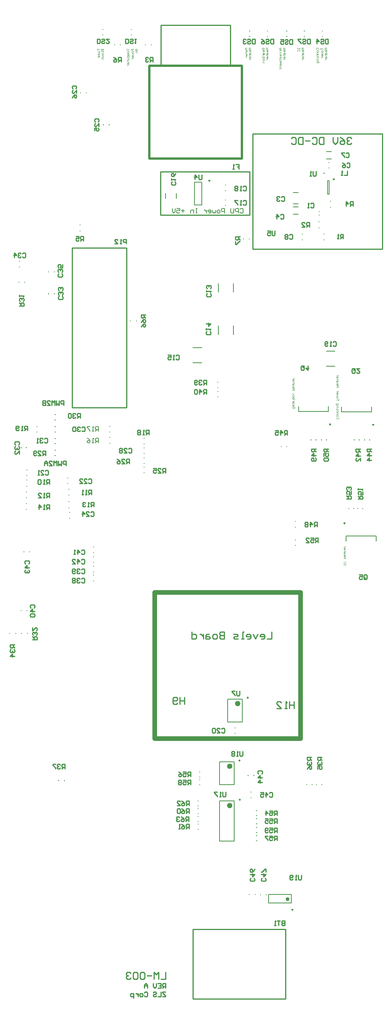
<source format=gbr>
G04 Layer_Color=32896*
%FSLAX26Y26*%
%MOIN*%
%TF.FileFunction,Legend,Bot*%
%TF.Part,Single*%
G01*
G75*
%TA.AperFunction,NonConductor*%
%ADD70C,0.009842*%
%ADD71C,0.023622*%
%ADD72C,0.003937*%
%ADD73C,0.015748*%
%ADD74C,0.010000*%
%ADD75C,0.020000*%
%ADD76C,0.007874*%
%ADD77C,0.039370*%
D70*
X2851425Y-1518504D02*
G03*
X2851425Y-1518504I-4921J0D01*
G01*
X3098575Y-670472D02*
G03*
X3098575Y-670472I-4921J0D01*
G01*
X2726968Y-667323D02*
G03*
X2726968Y-667323I-4921J0D01*
G01*
X2758858Y1445866D02*
G03*
X2758858Y1445866I-4921J0D01*
G01*
X1684055Y1433268D02*
G03*
X1684055Y1433268I-4921J0D01*
G01*
X1942913Y-3564764D02*
G03*
X1942913Y-3564764I-4921J0D01*
G01*
X2015748Y-3023425D02*
G03*
X2015748Y-3023425I-4921J0D01*
G01*
X1946850Y-3902165D02*
G03*
X1946850Y-3902165I-4921J0D01*
G01*
X2400787Y-4850394D02*
G03*
X2400787Y-4850394I-4921J0D01*
G01*
D71*
X1866142Y-3614173D02*
G03*
X1866142Y-3614173I-11811J0D01*
G01*
X1935039Y-3073819D02*
G03*
X1935039Y-3073819I-11811J0D01*
G01*
X1866142Y-3952756D02*
G03*
X1866142Y-3952756I-11811J0D01*
G01*
D72*
X2156497Y868267D02*
G03*
X2156497Y868267I-1968J0D01*
G01*
X2792643Y-604991D02*
X2795923Y-608271D01*
X2795923Y-614831D01*
X2792643Y-618110D01*
X2779524Y-618110D01*
X2776244Y-614831D01*
X2776244Y-608271D01*
X2779524Y-604991D01*
X2776244Y-595152D02*
X2776244Y-588592D01*
X2779524Y-585313D01*
X2786084Y-585313D01*
X2789364Y-588592D01*
X2789364Y-595152D01*
X2786084Y-598432D01*
X2779524Y-598432D01*
X2776244Y-595152D01*
X2776244Y-578753D02*
X2789364Y-578753D01*
X2789364Y-568914D01*
X2786084Y-565634D01*
X2776244Y-565634D01*
X2776244Y-559074D02*
X2789364Y-559074D01*
X2789364Y-549235D01*
X2786084Y-545955D01*
X2776244Y-545955D01*
X2776244Y-539396D02*
X2776244Y-532836D01*
X2776244Y-536116D01*
X2789364Y-536116D01*
X2789364Y-539396D01*
X2776244Y-522997D02*
X2789364Y-522997D01*
X2789364Y-513158D01*
X2786084Y-509878D01*
X2776244Y-509878D01*
X2769685Y-496759D02*
X2769685Y-493479D01*
X2772965Y-490199D01*
X2789364Y-490199D01*
X2789364Y-500039D01*
X2786084Y-503318D01*
X2779524Y-503318D01*
X2776244Y-500039D01*
X2776244Y-490199D01*
X2795923Y-463961D02*
X2795923Y-450842D01*
X2795923Y-457402D01*
X2776244Y-457402D01*
X2776244Y-441003D02*
X2776244Y-434443D01*
X2779524Y-431163D01*
X2786084Y-431163D01*
X2789364Y-434443D01*
X2789364Y-441003D01*
X2786084Y-444283D01*
X2779524Y-444283D01*
X2776244Y-441003D01*
X2789364Y-424604D02*
X2779524Y-424604D01*
X2776244Y-421324D01*
X2779524Y-418045D01*
X2776244Y-414765D01*
X2779524Y-411485D01*
X2789364Y-411485D01*
X2776244Y-395086D02*
X2776244Y-401646D01*
X2779524Y-404925D01*
X2786084Y-404925D01*
X2789364Y-401646D01*
X2789364Y-395086D01*
X2786084Y-391806D01*
X2782804Y-391806D01*
X2782804Y-404925D01*
X2789364Y-385247D02*
X2776244Y-385247D01*
X2782804Y-385247D01*
X2786084Y-381967D01*
X2789364Y-378687D01*
X2789364Y-375408D01*
X2795923Y-345890D02*
X2776244Y-345890D01*
X2786084Y-345890D01*
X2786084Y-332771D01*
X2795923Y-332771D01*
X2776244Y-332771D01*
X2776244Y-316372D02*
X2776244Y-322931D01*
X2779524Y-326211D01*
X2786084Y-326211D01*
X2789364Y-322931D01*
X2789364Y-316372D01*
X2786084Y-313092D01*
X2782804Y-313092D01*
X2782804Y-326211D01*
X2789364Y-303253D02*
X2789364Y-296693D01*
X2786084Y-293413D01*
X2776244Y-293413D01*
X2776244Y-303253D01*
X2779524Y-306532D01*
X2782804Y-303253D01*
X2782804Y-293413D01*
X2792643Y-283574D02*
X2789364Y-283574D01*
X2789364Y-286854D01*
X2789364Y-280294D01*
X2789364Y-283574D01*
X2779524Y-283574D01*
X2776244Y-280294D01*
X2776244Y-260616D02*
X2776244Y-267175D01*
X2779524Y-270455D01*
X2786084Y-270455D01*
X2789364Y-267175D01*
X2789364Y-260616D01*
X2786084Y-257336D01*
X2782804Y-257336D01*
X2782804Y-270455D01*
X2789364Y-250776D02*
X2776244Y-250776D01*
X2782804Y-250776D01*
X2786084Y-247496D01*
X2789364Y-244217D01*
X2789364Y-240937D01*
X2299000Y2578063D02*
X2285881Y2578063D01*
X2279321Y2571503D01*
X2285881Y2564944D01*
X2299000Y2564944D01*
X2289161Y2564944D01*
X2289161Y2578063D01*
X2285881Y2558384D02*
X2299000Y2558384D01*
X2292440Y2558384D01*
X2289161Y2555105D01*
X2285881Y2551825D01*
X2285881Y2548545D01*
X2285881Y2538706D02*
X2299000Y2538706D01*
X2292440Y2538706D01*
X2289161Y2535426D01*
X2285881Y2532146D01*
X2285881Y2528867D01*
X2299000Y2509188D02*
X2299000Y2515747D01*
X2295720Y2519027D01*
X2289161Y2519027D01*
X2285881Y2515747D01*
X2285881Y2509188D01*
X2289161Y2505908D01*
X2292440Y2505908D01*
X2292440Y2519027D01*
X2299000Y2499349D02*
X2299000Y2489509D01*
X2295720Y2486229D01*
X2292440Y2489509D01*
X2292440Y2496069D01*
X2289161Y2499349D01*
X2285881Y2496069D01*
X2285881Y2486229D01*
X2282601Y2476390D02*
X2285881Y2476390D01*
X2285881Y2479670D01*
X2285881Y2473110D01*
X2285881Y2476390D01*
X2295720Y2476390D01*
X2299000Y2473110D01*
X2299000Y2463271D02*
X2285881Y2463271D01*
X2285881Y2459991D01*
X2289161Y2456712D01*
X2299000Y2456712D01*
X2289161Y2456712D01*
X2285881Y2453432D01*
X2289161Y2450152D01*
X2299000Y2450152D01*
X2299000Y2433753D02*
X2299000Y2440313D01*
X2295720Y2443593D01*
X2289161Y2443593D01*
X2285881Y2440313D01*
X2285881Y2433753D01*
X2289161Y2430473D01*
X2292440Y2430473D01*
X2292440Y2443593D01*
X2299000Y2423914D02*
X2285881Y2423914D01*
X2285881Y2414075D01*
X2289161Y2410795D01*
X2299000Y2410795D01*
X2282601Y2400956D02*
X2285881Y2400956D01*
X2285881Y2404235D01*
X2285881Y2397676D01*
X2285881Y2400956D01*
X2295720Y2400956D01*
X2299000Y2397676D01*
X2312384Y2578063D02*
X2332063Y2578063D01*
X2322224Y2578063D01*
X2322224Y2564944D01*
X2312384Y2564944D01*
X2332063Y2564944D01*
X2332063Y2548545D02*
X2332063Y2555105D01*
X2328783Y2558384D01*
X2322224Y2558384D01*
X2318944Y2555105D01*
X2318944Y2548545D01*
X2322224Y2545265D01*
X2325503Y2545265D01*
X2325503Y2558384D01*
X2318944Y2535426D02*
X2318944Y2528867D01*
X2322224Y2525587D01*
X2332063Y2525587D01*
X2332063Y2535426D01*
X2328783Y2538706D01*
X2325503Y2535426D01*
X2325503Y2525587D01*
X2315664Y2515747D02*
X2318944Y2515747D01*
X2318944Y2519027D01*
X2318944Y2512468D01*
X2318944Y2515747D01*
X2328783Y2515747D01*
X2332063Y2512468D01*
X2332063Y2492789D02*
X2332063Y2499349D01*
X2328783Y2502628D01*
X2322224Y2502628D01*
X2318944Y2499349D01*
X2318944Y2492789D01*
X2322224Y2489509D01*
X2325503Y2489509D01*
X2325503Y2502628D01*
X2318944Y2482950D02*
X2332063Y2482950D01*
X2325503Y2482950D01*
X2322224Y2479670D01*
X2318944Y2476390D01*
X2318944Y2473110D01*
X709069Y2555779D02*
X709069Y2568898D01*
X718909Y2568898D01*
X718909Y2562338D01*
X718909Y2568898D01*
X728748Y2568898D01*
X715629Y2549219D02*
X725468Y2549219D01*
X728748Y2545939D01*
X728748Y2536100D01*
X715629Y2536100D01*
X728748Y2529541D02*
X728748Y2519701D01*
X725468Y2516421D01*
X722188Y2519701D01*
X722188Y2526261D01*
X718909Y2529541D01*
X715629Y2526261D01*
X715629Y2516421D01*
X728748Y2500023D02*
X728748Y2506582D01*
X725468Y2509862D01*
X718909Y2509862D01*
X715629Y2506582D01*
X715629Y2500023D01*
X718909Y2496743D01*
X722188Y2496743D01*
X722188Y2509862D01*
X742133Y2568898D02*
X761811Y2568898D01*
X761811Y2559058D01*
X758531Y2555779D01*
X755252Y2555779D01*
X751972Y2559058D01*
X751972Y2568898D01*
X751972Y2559058D01*
X748692Y2555779D01*
X745412Y2555779D01*
X742133Y2559058D01*
X742133Y2568898D01*
X761811Y2549219D02*
X761811Y2542660D01*
X761811Y2545939D01*
X742133Y2545939D01*
X742133Y2549219D01*
X761811Y2529540D02*
X761811Y2522981D01*
X758531Y2519701D01*
X751972Y2519701D01*
X748692Y2522981D01*
X748692Y2529540D01*
X751972Y2532820D01*
X758531Y2532820D01*
X761811Y2529540D01*
X748692Y2513142D02*
X758531Y2513142D01*
X761811Y2509862D01*
X758531Y2506582D01*
X761811Y2503302D01*
X758531Y2500023D01*
X748692Y2500023D01*
X761811Y2493463D02*
X748692Y2493463D01*
X748692Y2483624D01*
X751972Y2480344D01*
X761811Y2480344D01*
X968002Y2555779D02*
X964722Y2559058D01*
X964722Y2565618D01*
X968002Y2568898D01*
X981121Y2568898D01*
X984401Y2565618D01*
X984401Y2559058D01*
X981121Y2555779D01*
X984401Y2545939D02*
X984401Y2539380D01*
X981121Y2536100D01*
X974562Y2536100D01*
X971282Y2539380D01*
X971282Y2545939D01*
X974562Y2549219D01*
X981121Y2549219D01*
X984401Y2545939D01*
X984401Y2529541D02*
X971282Y2529541D01*
X971282Y2526261D01*
X974562Y2522981D01*
X984401Y2522981D01*
X974562Y2522981D01*
X971282Y2519701D01*
X974562Y2516421D01*
X984401Y2516421D01*
X990960Y2509862D02*
X971282Y2509862D01*
X971282Y2500023D01*
X974562Y2496743D01*
X981121Y2496743D01*
X984401Y2500023D01*
X984401Y2509862D01*
X971282Y2490183D02*
X981121Y2490183D01*
X984401Y2486903D01*
X984401Y2477064D01*
X971282Y2477064D01*
X968002Y2467225D02*
X971282Y2467225D01*
X971282Y2470505D01*
X971282Y2463945D01*
X971282Y2467225D01*
X981121Y2467225D01*
X984401Y2463945D01*
X984401Y2444267D02*
X984401Y2450826D01*
X981121Y2454106D01*
X974562Y2454106D01*
X971282Y2450826D01*
X971282Y2444267D01*
X974562Y2440987D01*
X977841Y2440987D01*
X977841Y2454106D01*
X971282Y2434427D02*
X984401Y2434427D01*
X977841Y2434427D01*
X974562Y2431147D01*
X971282Y2427868D01*
X971282Y2424588D01*
X1024024Y2568898D02*
X1004345Y2568898D01*
X1004345Y2559058D01*
X1007625Y2555779D01*
X1014184Y2555779D01*
X1017464Y2559058D01*
X1017464Y2568898D01*
X1024024Y2545939D02*
X1024024Y2539380D01*
X1020744Y2536100D01*
X1014184Y2536100D01*
X1010904Y2539380D01*
X1010904Y2545939D01*
X1014184Y2549219D01*
X1020744Y2549219D01*
X1024024Y2545939D01*
X1010904Y2529541D02*
X1020744Y2529541D01*
X1024024Y2526261D01*
X1020744Y2522981D01*
X1024024Y2519701D01*
X1020744Y2516421D01*
X1010904Y2516421D01*
X1024024Y2500023D02*
X1024024Y2506582D01*
X1020744Y2509862D01*
X1014184Y2509862D01*
X1010904Y2506582D01*
X1010904Y2500023D01*
X1014184Y2496743D01*
X1017464Y2496743D01*
X1017464Y2509862D01*
X1010904Y2490183D02*
X1024024Y2490183D01*
X1017464Y2490183D01*
X1014184Y2486903D01*
X1010904Y2483624D01*
X1010904Y2480344D01*
X1037408Y2559058D02*
X1037408Y2565618D01*
X1040688Y2568898D01*
X1053807Y2568898D01*
X1057087Y2565618D01*
X1057087Y2559058D01*
X1053807Y2555779D01*
X1040688Y2555779D01*
X1037408Y2559058D01*
X1057087Y2549219D02*
X1043967Y2549219D01*
X1043967Y2539380D01*
X1047247Y2536100D01*
X1057087Y2536100D01*
X2005000Y2578063D02*
X1985321Y2578063D01*
X1991881Y2571503D01*
X1985321Y2564944D01*
X2005000Y2564944D01*
X2005000Y2548545D02*
X2005000Y2555105D01*
X2001720Y2558384D01*
X1995161Y2558384D01*
X1991881Y2555105D01*
X1991881Y2548545D01*
X1995161Y2545265D01*
X1998440Y2545265D01*
X1998440Y2558384D01*
X1988601Y2535426D02*
X1991881Y2535426D01*
X1991881Y2538706D01*
X1991881Y2532146D01*
X1991881Y2535426D01*
X2001720Y2535426D01*
X2005000Y2532146D01*
X2005000Y2512468D02*
X2005000Y2519027D01*
X2001720Y2522307D01*
X1995161Y2522307D01*
X1991881Y2519027D01*
X1991881Y2512468D01*
X1995161Y2509188D01*
X1998440Y2509188D01*
X1998440Y2522307D01*
X1991881Y2502628D02*
X2005000Y2502628D01*
X1998440Y2502628D01*
X1995161Y2499349D01*
X1991881Y2496069D01*
X1991881Y2492789D01*
X2018384Y2578063D02*
X2038063Y2578063D01*
X2028224Y2578063D01*
X2028224Y2564944D01*
X2018384Y2564944D01*
X2038063Y2564944D01*
X2038063Y2548545D02*
X2038063Y2555105D01*
X2034783Y2558384D01*
X2028224Y2558384D01*
X2024944Y2555105D01*
X2024944Y2548545D01*
X2028224Y2545265D01*
X2031504Y2545265D01*
X2031504Y2558384D01*
X2024944Y2535426D02*
X2024944Y2528867D01*
X2028224Y2525587D01*
X2038063Y2525587D01*
X2038063Y2535426D01*
X2034783Y2538706D01*
X2031504Y2535426D01*
X2031504Y2525587D01*
X2021664Y2515747D02*
X2024944Y2515747D01*
X2024944Y2519027D01*
X2024944Y2512468D01*
X2024944Y2515747D01*
X2034783Y2515747D01*
X2038063Y2512468D01*
X2038063Y2492789D02*
X2038063Y2499349D01*
X2034783Y2502628D01*
X2028224Y2502628D01*
X2024944Y2499349D01*
X2024944Y2492789D01*
X2028224Y2489509D01*
X2031504Y2489509D01*
X2031504Y2502628D01*
X2024944Y2482950D02*
X2038063Y2482950D01*
X2031504Y2482950D01*
X2028224Y2479670D01*
X2024944Y2476390D01*
X2024944Y2473110D01*
X2440321Y2578063D02*
X2440321Y2571503D01*
X2440321Y2574783D01*
X2460000Y2574783D01*
X2460000Y2578063D01*
X2460000Y2571503D01*
X2443601Y2548545D02*
X2440321Y2551825D01*
X2440321Y2558384D01*
X2443601Y2561664D01*
X2456720Y2561664D01*
X2460000Y2558384D01*
X2460000Y2551825D01*
X2456720Y2548545D01*
X2473384Y2578063D02*
X2493063Y2578063D01*
X2483224Y2578063D01*
X2483224Y2564944D01*
X2473384Y2564944D01*
X2493063Y2564944D01*
X2493063Y2548545D02*
X2493063Y2555104D01*
X2489783Y2558384D01*
X2483224Y2558384D01*
X2479944Y2555104D01*
X2479944Y2548545D01*
X2483224Y2545265D01*
X2486503Y2545265D01*
X2486503Y2558384D01*
X2479944Y2535426D02*
X2479944Y2528866D01*
X2483224Y2525587D01*
X2493063Y2525587D01*
X2493063Y2535426D01*
X2489783Y2538706D01*
X2486503Y2535426D01*
X2486503Y2525587D01*
X2476664Y2515747D02*
X2479944Y2515747D01*
X2479944Y2519027D01*
X2479944Y2512468D01*
X2479944Y2515747D01*
X2489783Y2515747D01*
X2493063Y2512468D01*
X2493063Y2492789D02*
X2493063Y2499348D01*
X2489783Y2502628D01*
X2483224Y2502628D01*
X2479944Y2499348D01*
X2479944Y2492789D01*
X2483224Y2489509D01*
X2486503Y2489509D01*
X2486503Y2502628D01*
X2479944Y2482950D02*
X2493063Y2482950D01*
X2486503Y2482950D01*
X2483224Y2479670D01*
X2479944Y2476390D01*
X2479944Y2473110D01*
X2135601Y2564944D02*
X2132321Y2568224D01*
X2132321Y2574783D01*
X2135601Y2578063D01*
X2148720Y2578063D01*
X2152000Y2574783D01*
X2152000Y2568224D01*
X2148720Y2564944D01*
X2142161Y2564944D01*
X2142161Y2571503D01*
X2152000Y2548545D02*
X2152000Y2555105D01*
X2148720Y2558384D01*
X2142161Y2558384D01*
X2138881Y2555105D01*
X2138881Y2548545D01*
X2142161Y2545265D01*
X2145440Y2545265D01*
X2145440Y2558384D01*
X2138881Y2535426D02*
X2138881Y2528867D01*
X2142161Y2525587D01*
X2152000Y2525587D01*
X2152000Y2535426D01*
X2148720Y2538706D01*
X2145440Y2535426D01*
X2145440Y2525587D01*
X2138881Y2519027D02*
X2152000Y2519027D01*
X2145440Y2519027D01*
X2142161Y2515747D01*
X2138881Y2512468D01*
X2138881Y2509188D01*
X2132321Y2499349D02*
X2152000Y2499349D01*
X2152000Y2489509D01*
X2148720Y2486229D01*
X2145440Y2486229D01*
X2142161Y2486229D01*
X2138881Y2489509D01*
X2138881Y2499349D01*
X2152000Y2476390D02*
X2152000Y2469831D01*
X2148720Y2466551D01*
X2142161Y2466551D01*
X2138881Y2469831D01*
X2138881Y2476390D01*
X2142161Y2479670D01*
X2148720Y2479670D01*
X2152000Y2476390D01*
X2138881Y2459991D02*
X2152000Y2446872D01*
X2145440Y2453432D01*
X2138881Y2446872D01*
X2152000Y2459991D01*
X2165384Y2578063D02*
X2185063Y2578063D01*
X2175224Y2578063D01*
X2175224Y2564944D01*
X2165384Y2564944D01*
X2185063Y2564944D01*
X2185063Y2548545D02*
X2185063Y2555105D01*
X2181783Y2558384D01*
X2175224Y2558384D01*
X2171944Y2555105D01*
X2171944Y2548545D01*
X2175224Y2545265D01*
X2178503Y2545265D01*
X2178503Y2558384D01*
X2171944Y2535426D02*
X2171944Y2528867D01*
X2175224Y2525587D01*
X2185063Y2525587D01*
X2185063Y2535426D01*
X2181783Y2538706D01*
X2178503Y2535426D01*
X2178503Y2525587D01*
X2168664Y2515747D02*
X2171944Y2515747D01*
X2171944Y2519027D01*
X2171944Y2512468D01*
X2171944Y2515747D01*
X2181783Y2515747D01*
X2185063Y2512468D01*
X2185063Y2492789D02*
X2185063Y2499349D01*
X2181783Y2502628D01*
X2175224Y2502628D01*
X2171944Y2499349D01*
X2171944Y2492789D01*
X2175224Y2489509D01*
X2178503Y2489509D01*
X2178503Y2502628D01*
X2171944Y2482950D02*
X2185063Y2482950D01*
X2178503Y2482950D01*
X2175224Y2479670D01*
X2171944Y2476390D01*
X2171944Y2473110D01*
X2858261Y-1877953D02*
X2858261Y-1871393D01*
X2858261Y-1874673D01*
X2838583Y-1874673D01*
X2838583Y-1877953D01*
X2838583Y-1871393D01*
X2854981Y-1848435D02*
X2858261Y-1851715D01*
X2858261Y-1858274D01*
X2854981Y-1861554D01*
X2841862Y-1861554D01*
X2838583Y-1858274D01*
X2838583Y-1851715D01*
X2841862Y-1848435D01*
X2858261Y-1822197D02*
X2838583Y-1822197D01*
X2848422Y-1822197D01*
X2848422Y-1809078D01*
X2858261Y-1809078D01*
X2838583Y-1809078D01*
X2838583Y-1792679D02*
X2838583Y-1799238D01*
X2841862Y-1802518D01*
X2848422Y-1802518D01*
X2851702Y-1799238D01*
X2851702Y-1792679D01*
X2848422Y-1789399D01*
X2845142Y-1789399D01*
X2845142Y-1802518D01*
X2851702Y-1779560D02*
X2851702Y-1773000D01*
X2848422Y-1769720D01*
X2838583Y-1769720D01*
X2838583Y-1779560D01*
X2841862Y-1782840D01*
X2845142Y-1779560D01*
X2845142Y-1769720D01*
X2854981Y-1759881D02*
X2851702Y-1759881D01*
X2851702Y-1763161D01*
X2851702Y-1756601D01*
X2851702Y-1759881D01*
X2841862Y-1759881D01*
X2838583Y-1756601D01*
X2838583Y-1736923D02*
X2838583Y-1743482D01*
X2841862Y-1746762D01*
X2848422Y-1746762D01*
X2851702Y-1743482D01*
X2851702Y-1736923D01*
X2848422Y-1733643D01*
X2845142Y-1733643D01*
X2845142Y-1746762D01*
X2851702Y-1727083D02*
X2838583Y-1727083D01*
X2845142Y-1727083D01*
X2848422Y-1723804D01*
X2851702Y-1720524D01*
X2851702Y-1717244D01*
X2412068Y-516409D02*
X2415348Y-519688D01*
X2415348Y-526248D01*
X2412068Y-529528D01*
X2398949Y-529528D01*
X2395669Y-526248D01*
X2395669Y-519688D01*
X2398949Y-516409D01*
X2405508Y-516409D01*
X2405508Y-522968D01*
X2395669Y-500010D02*
X2395669Y-506569D01*
X2398949Y-509849D01*
X2405508Y-509849D01*
X2408788Y-506569D01*
X2408788Y-500010D01*
X2405508Y-496730D01*
X2402229Y-496730D01*
X2402229Y-509849D01*
X2408788Y-486891D02*
X2408788Y-480331D01*
X2405508Y-477051D01*
X2395669Y-477051D01*
X2395669Y-486891D01*
X2398949Y-490170D01*
X2402229Y-486891D01*
X2402229Y-477051D01*
X2408788Y-470492D02*
X2395669Y-470492D01*
X2402229Y-470492D01*
X2405508Y-467212D01*
X2408788Y-463932D01*
X2408788Y-460652D01*
X2415348Y-450813D02*
X2395669Y-450813D01*
X2395669Y-440974D01*
X2398949Y-437694D01*
X2402229Y-437694D01*
X2405508Y-437694D01*
X2408788Y-440974D01*
X2408788Y-450813D01*
X2395669Y-427855D02*
X2395669Y-421295D01*
X2398949Y-418015D01*
X2405508Y-418015D01*
X2408788Y-421295D01*
X2408788Y-427855D01*
X2405508Y-431135D01*
X2398949Y-431135D01*
X2395669Y-427855D01*
X2408788Y-411456D02*
X2395669Y-398337D01*
X2402229Y-404897D01*
X2408788Y-398337D01*
X2395669Y-411456D01*
X2415348Y-372099D02*
X2395669Y-372099D01*
X2405508Y-372099D01*
X2405508Y-358980D01*
X2415348Y-358980D01*
X2395669Y-358980D01*
X2395669Y-342581D02*
X2395669Y-349140D01*
X2398949Y-352420D01*
X2405508Y-352420D01*
X2408788Y-349140D01*
X2408788Y-342581D01*
X2405508Y-339301D01*
X2402229Y-339301D01*
X2402229Y-352420D01*
X2408788Y-329462D02*
X2408788Y-322902D01*
X2405508Y-319623D01*
X2395669Y-319623D01*
X2395669Y-329462D01*
X2398949Y-332742D01*
X2402229Y-329462D01*
X2402229Y-319623D01*
X2412068Y-309783D02*
X2408788Y-309783D01*
X2408788Y-313063D01*
X2408788Y-306503D01*
X2408788Y-309783D01*
X2398949Y-309783D01*
X2395669Y-306503D01*
X2395669Y-286825D02*
X2395669Y-293384D01*
X2398949Y-296664D01*
X2405508Y-296664D01*
X2408788Y-293384D01*
X2408788Y-286825D01*
X2405508Y-283545D01*
X2402229Y-283545D01*
X2402229Y-296664D01*
X2408788Y-276986D02*
X2395669Y-276986D01*
X2402229Y-276986D01*
X2405508Y-273706D01*
X2408788Y-270426D01*
X2408788Y-267146D01*
X2602978Y2564944D02*
X2599699Y2568224D01*
X2599699Y2574783D01*
X2602978Y2578063D01*
X2616097Y2578063D01*
X2619377Y2574783D01*
X2619377Y2568224D01*
X2616097Y2564944D01*
X2619377Y2555104D02*
X2619377Y2548545D01*
X2616097Y2545265D01*
X2609538Y2545265D01*
X2606258Y2548545D01*
X2606258Y2555104D01*
X2609538Y2558384D01*
X2616097Y2558384D01*
X2619377Y2555104D01*
X2619377Y2538706D02*
X2606258Y2538706D01*
X2606258Y2528866D01*
X2609538Y2525587D01*
X2619377Y2525587D01*
X2619377Y2519027D02*
X2606258Y2519027D01*
X2606258Y2509188D01*
X2609538Y2505908D01*
X2619377Y2505908D01*
X2619377Y2499349D02*
X2619377Y2492789D01*
X2619377Y2496069D01*
X2606258Y2496069D01*
X2606258Y2499349D01*
X2619377Y2482950D02*
X2606258Y2482950D01*
X2606258Y2473110D01*
X2609538Y2469831D01*
X2619377Y2469831D01*
X2625937Y2456711D02*
X2625937Y2453432D01*
X2622657Y2450152D01*
X2606258Y2450152D01*
X2606258Y2459991D01*
X2609538Y2463271D01*
X2616097Y2463271D01*
X2619377Y2459991D01*
X2619377Y2450152D01*
X2639321Y2578063D02*
X2639321Y2564944D01*
X2639321Y2571503D01*
X2659000Y2571503D01*
X2659000Y2555104D02*
X2659000Y2548545D01*
X2655720Y2545265D01*
X2649161Y2545265D01*
X2645881Y2548545D01*
X2645881Y2555104D01*
X2649161Y2558384D01*
X2655720Y2558384D01*
X2659000Y2555104D01*
X2645881Y2538706D02*
X2655720Y2538706D01*
X2659000Y2535426D01*
X2655720Y2532146D01*
X2659000Y2528866D01*
X2655720Y2525587D01*
X2645881Y2525587D01*
X2659000Y2509188D02*
X2659000Y2515747D01*
X2655720Y2519027D01*
X2649161Y2519027D01*
X2645881Y2515747D01*
X2645881Y2509188D01*
X2649161Y2505908D01*
X2652440Y2505908D01*
X2652440Y2519027D01*
X2645881Y2499349D02*
X2659000Y2499349D01*
X2652440Y2499349D01*
X2649161Y2496069D01*
X2645881Y2492789D01*
X2645881Y2489509D01*
X2672384Y2578063D02*
X2692063Y2578063D01*
X2682224Y2578063D01*
X2682224Y2564944D01*
X2672384Y2564944D01*
X2692063Y2564944D01*
X2692063Y2548545D02*
X2692063Y2555104D01*
X2688783Y2558384D01*
X2682224Y2558384D01*
X2678944Y2555104D01*
X2678944Y2548545D01*
X2682224Y2545265D01*
X2685503Y2545265D01*
X2685503Y2558384D01*
X2678944Y2535426D02*
X2678944Y2528866D01*
X2682224Y2525587D01*
X2692063Y2525587D01*
X2692063Y2535426D01*
X2688783Y2538706D01*
X2685503Y2535426D01*
X2685503Y2525587D01*
X2675664Y2515747D02*
X2678944Y2515747D01*
X2678944Y2519027D01*
X2678944Y2512468D01*
X2678944Y2515747D01*
X2688783Y2515747D01*
X2692063Y2512468D01*
X2692063Y2492789D02*
X2692063Y2499348D01*
X2688783Y2502628D01*
X2682224Y2502628D01*
X2678944Y2499348D01*
X2678944Y2492789D01*
X2682224Y2489509D01*
X2685503Y2489509D01*
X2685503Y2502628D01*
X2678944Y2482950D02*
X2692063Y2482950D01*
X2685503Y2482950D01*
X2682224Y2479670D01*
X2678944Y2476390D01*
X2678944Y2473110D01*
D73*
X2362205Y-4759843D02*
G03*
X2362205Y-4759843I-7874J0D01*
G01*
D74*
X491946Y-523622D02*
X964746Y-523622D01*
X491946Y-523622D02*
X491946Y854331D01*
X964746Y854331D01*
X964746Y-523622D02*
X964746Y854331D01*
X2336024Y-5620866D02*
X2336024Y-5020866D01*
X1536024Y-5620866D02*
X2336024Y-5620866D01*
X1536024Y-5620866D02*
X1536024Y-5020866D01*
X2336024Y-5020866D01*
X1860378Y2425433D02*
X1860378Y2775433D01*
X1260378Y2775433D02*
X1860378Y2775433D01*
X1260378Y2425433D02*
X1260378Y2775433D01*
X1257874Y1135827D02*
X1257874Y1509843D01*
X1257874Y1135827D02*
X2025590Y1135827D01*
X2025590Y1490157D02*
X2025590Y1509843D01*
X1996064Y1509843D02*
X2025590Y1509843D01*
X1257874Y1509843D02*
X1996064Y1509843D01*
X2025590Y1135827D02*
X2025590Y1490157D01*
X2054300Y843433D02*
X2054300Y1836457D01*
X2054300Y843433D02*
X3172820Y843433D01*
X3172820Y1836457D01*
X2054300Y1836457D02*
X3172820Y1836457D01*
X954724Y2616154D02*
X954724Y2655512D01*
X974403Y2655512D01*
X980963Y2648952D01*
X980963Y2622714D01*
X974403Y2616154D01*
X954724Y2616154D01*
X1020320Y2622714D02*
X1013760Y2616154D01*
X1000641Y2616154D01*
X994082Y2622714D01*
X994082Y2629274D01*
X1000641Y2635833D01*
X1013760Y2635833D01*
X1020320Y2642393D01*
X1020320Y2648952D01*
X1013760Y2655512D01*
X1000641Y2655512D01*
X994082Y2648952D01*
X1033439Y2655512D02*
X1046558Y2655512D01*
X1039999Y2655512D01*
X1039999Y2616154D01*
X1033439Y2622714D01*
X1614000Y1484357D02*
X1614000Y1451560D01*
X1607440Y1445000D01*
X1594321Y1445000D01*
X1587762Y1451560D01*
X1587762Y1484357D01*
X1554964Y1445000D02*
X1554964Y1484357D01*
X1574643Y1464679D01*
X1548404Y1464679D01*
X915354Y2458662D02*
X915354Y2498019D01*
X895676Y2498019D01*
X889116Y2491459D01*
X889116Y2478340D01*
X895676Y2471781D01*
X915354Y2471781D01*
X902235Y2471781D02*
X889116Y2458662D01*
X849759Y2498019D02*
X862878Y2491459D01*
X875997Y2478340D01*
X875997Y2465221D01*
X869437Y2458662D01*
X856318Y2458662D01*
X849759Y2465221D01*
X849759Y2471781D01*
X856318Y2478340D01*
X875997Y2478340D01*
X1500000Y-4088583D02*
X1500000Y-4049225D01*
X1480321Y-4049225D01*
X1473762Y-4055785D01*
X1473762Y-4068904D01*
X1480321Y-4075464D01*
X1500000Y-4075464D01*
X1486881Y-4075464D02*
X1473762Y-4088583D01*
X1434404Y-4049225D02*
X1447524Y-4055785D01*
X1460643Y-4068904D01*
X1460643Y-4082023D01*
X1454083Y-4088583D01*
X1440964Y-4088583D01*
X1434404Y-4082023D01*
X1434404Y-4075464D01*
X1440964Y-4068904D01*
X1460643Y-4068904D01*
X1421285Y-4055785D02*
X1414726Y-4049225D01*
X1401607Y-4049225D01*
X1395047Y-4055785D01*
X1395047Y-4062345D01*
X1401607Y-4068904D01*
X1408166Y-4068904D01*
X1401607Y-4068904D01*
X1395047Y-4075464D01*
X1395047Y-4082023D01*
X1401607Y-4088583D01*
X1414726Y-4088583D01*
X1421285Y-4082023D01*
X1503937Y-3952756D02*
X1503937Y-3913398D01*
X1484258Y-3913398D01*
X1477699Y-3919958D01*
X1477699Y-3933077D01*
X1484258Y-3939637D01*
X1503937Y-3939637D01*
X1490818Y-3939637D02*
X1477699Y-3952756D01*
X1438341Y-3913398D02*
X1451460Y-3919958D01*
X1464580Y-3933077D01*
X1464580Y-3946196D01*
X1458020Y-3952756D01*
X1444901Y-3952756D01*
X1438341Y-3946196D01*
X1438341Y-3939637D01*
X1444901Y-3933077D01*
X1464580Y-3933077D01*
X1398984Y-3952756D02*
X1425222Y-3952756D01*
X1398984Y-3926518D01*
X1398984Y-3919958D01*
X1405543Y-3913398D01*
X1418663Y-3913398D01*
X1425222Y-3919958D01*
X1503937Y-4153543D02*
X1503937Y-4114186D01*
X1484258Y-4114186D01*
X1477699Y-4120746D01*
X1477699Y-4133865D01*
X1484258Y-4140424D01*
X1503937Y-4140424D01*
X1490818Y-4140424D02*
X1477699Y-4153543D01*
X1438341Y-4114186D02*
X1451460Y-4120746D01*
X1464580Y-4133865D01*
X1464580Y-4146984D01*
X1458020Y-4153543D01*
X1444901Y-4153543D01*
X1438341Y-4146984D01*
X1438341Y-4140424D01*
X1444901Y-4133865D01*
X1464580Y-4133865D01*
X1425222Y-4153543D02*
X1412103Y-4153543D01*
X1418663Y-4153543D01*
X1418663Y-4114186D01*
X1425222Y-4120746D01*
X1503937Y-4019685D02*
X1503937Y-3980328D01*
X1484258Y-3980328D01*
X1477699Y-3986887D01*
X1477699Y-4000006D01*
X1484258Y-4006566D01*
X1503937Y-4006566D01*
X1490818Y-4006566D02*
X1477699Y-4019685D01*
X1438341Y-3980328D02*
X1451460Y-3986887D01*
X1464580Y-4000006D01*
X1464580Y-4013126D01*
X1458020Y-4019685D01*
X1444901Y-4019685D01*
X1438341Y-4013126D01*
X1438341Y-4006566D01*
X1444901Y-4000006D01*
X1464580Y-4000006D01*
X1425222Y-3986887D02*
X1418663Y-3980328D01*
X1405543Y-3980328D01*
X1398984Y-3986887D01*
X1398984Y-4013126D01*
X1405543Y-4019685D01*
X1418663Y-4019685D01*
X1425222Y-4013126D01*
X1425222Y-3986887D01*
X2263780Y-4185039D02*
X2263780Y-4145682D01*
X2244101Y-4145682D01*
X2237541Y-4152242D01*
X2237541Y-4165361D01*
X2244101Y-4171920D01*
X2263780Y-4171920D01*
X2250660Y-4171920D02*
X2237541Y-4185039D01*
X2198184Y-4145682D02*
X2224422Y-4145682D01*
X2224422Y-4165361D01*
X2211303Y-4158801D01*
X2204743Y-4158801D01*
X2198184Y-4165361D01*
X2198184Y-4178480D01*
X2204743Y-4185039D01*
X2217863Y-4185039D01*
X2224422Y-4178480D01*
X2185065Y-4178480D02*
X2178505Y-4185039D01*
X2165386Y-4185039D01*
X2158827Y-4178480D01*
X2158827Y-4152242D01*
X2165386Y-4145682D01*
X2178505Y-4145682D01*
X2185065Y-4152242D01*
X2185065Y-4158801D01*
X2178505Y-4165361D01*
X2158827Y-4165361D01*
X1515748Y-3771654D02*
X1515748Y-3732296D01*
X1496069Y-3732296D01*
X1489510Y-3738856D01*
X1489510Y-3751975D01*
X1496069Y-3758535D01*
X1515748Y-3758535D01*
X1502629Y-3758535D02*
X1489510Y-3771654D01*
X1450152Y-3732296D02*
X1476391Y-3732296D01*
X1476391Y-3751975D01*
X1463272Y-3745415D01*
X1456712Y-3745415D01*
X1450152Y-3751975D01*
X1450152Y-3765094D01*
X1456712Y-3771654D01*
X1469831Y-3771654D01*
X1476391Y-3765094D01*
X1437033Y-3738856D02*
X1430474Y-3732296D01*
X1417354Y-3732296D01*
X1410795Y-3738856D01*
X1410795Y-3745415D01*
X1417354Y-3751975D01*
X1410795Y-3758535D01*
X1410795Y-3765094D01*
X1417354Y-3771654D01*
X1430474Y-3771654D01*
X1437033Y-3765094D01*
X1437033Y-3758535D01*
X1430474Y-3751975D01*
X1437033Y-3745415D01*
X1437033Y-3738856D01*
X1430474Y-3751975D02*
X1417354Y-3751975D01*
X2263780Y-4253937D02*
X2263780Y-4214580D01*
X2244101Y-4214580D01*
X2237541Y-4221139D01*
X2237541Y-4234258D01*
X2244101Y-4240818D01*
X2263780Y-4240818D01*
X2250660Y-4240818D02*
X2237541Y-4253937D01*
X2198184Y-4214580D02*
X2224422Y-4214580D01*
X2224422Y-4234258D01*
X2211303Y-4227699D01*
X2204743Y-4227699D01*
X2198184Y-4234258D01*
X2198184Y-4247377D01*
X2204743Y-4253937D01*
X2217863Y-4253937D01*
X2224422Y-4247377D01*
X2185065Y-4214580D02*
X2158827Y-4214580D01*
X2158827Y-4221139D01*
X2185065Y-4247377D01*
X2185065Y-4253937D01*
X1516748Y-3703567D02*
X1516748Y-3664210D01*
X1497069Y-3664210D01*
X1490510Y-3670769D01*
X1490510Y-3683888D01*
X1497069Y-3690448D01*
X1516748Y-3690448D01*
X1503629Y-3690448D02*
X1490510Y-3703567D01*
X1451152Y-3664210D02*
X1477391Y-3664210D01*
X1477391Y-3683888D01*
X1464272Y-3677329D01*
X1457712Y-3677329D01*
X1451152Y-3683888D01*
X1451152Y-3697007D01*
X1457712Y-3703567D01*
X1470831Y-3703567D01*
X1477391Y-3697007D01*
X1411795Y-3664210D02*
X1424914Y-3670769D01*
X1438033Y-3683888D01*
X1438033Y-3697007D01*
X1431474Y-3703567D01*
X1418354Y-3703567D01*
X1411795Y-3697007D01*
X1411795Y-3690448D01*
X1418354Y-3683888D01*
X1438033Y-3683888D01*
X2263780Y-4106299D02*
X2263780Y-4066942D01*
X2244101Y-4066942D01*
X2237541Y-4073501D01*
X2237541Y-4086620D01*
X2244101Y-4093180D01*
X2263780Y-4093180D01*
X2250660Y-4093180D02*
X2237541Y-4106299D01*
X2198184Y-4066942D02*
X2224422Y-4066942D01*
X2224422Y-4086620D01*
X2211303Y-4080061D01*
X2204743Y-4080061D01*
X2198184Y-4086620D01*
X2198184Y-4099740D01*
X2204743Y-4106299D01*
X2217863Y-4106299D01*
X2224422Y-4099740D01*
X2158827Y-4066942D02*
X2185065Y-4066942D01*
X2185065Y-4086620D01*
X2171946Y-4080061D01*
X2165386Y-4080061D01*
X2158827Y-4086620D01*
X2158827Y-4099740D01*
X2165386Y-4106299D01*
X2178505Y-4106299D01*
X2185065Y-4099740D01*
X2263780Y-4037402D02*
X2263780Y-3998044D01*
X2244101Y-3998044D01*
X2237541Y-4004604D01*
X2237541Y-4017723D01*
X2244101Y-4024283D01*
X2263780Y-4024283D01*
X2250660Y-4024283D02*
X2237541Y-4037402D01*
X2198184Y-3998044D02*
X2224422Y-3998044D01*
X2224422Y-4017723D01*
X2211303Y-4011164D01*
X2204743Y-4011164D01*
X2198184Y-4017723D01*
X2198184Y-4030842D01*
X2204743Y-4037402D01*
X2217863Y-4037402D01*
X2224422Y-4030842D01*
X2165386Y-4037402D02*
X2165386Y-3998044D01*
X2185065Y-4017723D01*
X2158827Y-4017723D01*
X680512Y-1377359D02*
X680512Y-1338002D01*
X660833Y-1338002D01*
X654274Y-1344561D01*
X654274Y-1357680D01*
X660833Y-1364240D01*
X680512Y-1364240D01*
X667393Y-1364240D02*
X654274Y-1377359D01*
X641154Y-1377359D02*
X628035Y-1377359D01*
X634595Y-1377359D01*
X634595Y-1338002D01*
X641154Y-1344561D01*
X608357Y-1344561D02*
X601797Y-1338002D01*
X588678Y-1338002D01*
X582118Y-1344561D01*
X582118Y-1351121D01*
X588678Y-1357680D01*
X595237Y-1357680D01*
X588678Y-1357680D01*
X582118Y-1364240D01*
X582118Y-1370800D01*
X588678Y-1377359D01*
X601797Y-1377359D01*
X608357Y-1370800D01*
X297441Y-1299409D02*
X297441Y-1260052D01*
X277762Y-1260052D01*
X271203Y-1266612D01*
X271203Y-1279731D01*
X277762Y-1286290D01*
X297441Y-1286290D01*
X284322Y-1286290D02*
X271203Y-1299409D01*
X258084Y-1299409D02*
X244964Y-1299409D01*
X251524Y-1299409D01*
X251524Y-1260052D01*
X258084Y-1266612D01*
X199048Y-1299409D02*
X225286Y-1299409D01*
X199048Y-1273171D01*
X199048Y-1266612D01*
X205607Y-1260052D01*
X218726Y-1260052D01*
X225286Y-1266612D01*
X660827Y-1271060D02*
X660827Y-1231702D01*
X641148Y-1231702D01*
X634588Y-1238262D01*
X634588Y-1251381D01*
X641148Y-1257941D01*
X660827Y-1257941D01*
X647708Y-1257941D02*
X634588Y-1271060D01*
X621469Y-1271060D02*
X608350Y-1271060D01*
X614910Y-1271060D01*
X614910Y-1231702D01*
X621469Y-1238262D01*
X588672Y-1271060D02*
X575552Y-1271060D01*
X582112Y-1271060D01*
X582112Y-1231702D01*
X588672Y-1238262D01*
X295276Y-1181102D02*
X295276Y-1141745D01*
X275597Y-1141745D01*
X269037Y-1148305D01*
X269037Y-1161424D01*
X275597Y-1167983D01*
X295276Y-1167983D01*
X282156Y-1167983D02*
X269037Y-1181102D01*
X255918Y-1181102D02*
X242799Y-1181102D01*
X249358Y-1181102D01*
X249358Y-1141745D01*
X255918Y-1148305D01*
X223120Y-1148305D02*
X216561Y-1141745D01*
X203442Y-1141745D01*
X196882Y-1148305D01*
X196882Y-1174543D01*
X203442Y-1181102D01*
X216561Y-1181102D01*
X223120Y-1174543D01*
X223120Y-1148305D01*
X1128012Y277362D02*
X1088654Y277362D01*
X1088654Y257684D01*
X1095214Y251124D01*
X1108333Y251124D01*
X1114892Y257684D01*
X1114892Y277362D01*
X1114892Y264243D02*
X1128012Y251124D01*
X1088654Y211767D02*
X1095214Y224886D01*
X1108333Y238005D01*
X1121452Y238005D01*
X1128012Y231445D01*
X1128012Y218326D01*
X1121452Y211767D01*
X1114892Y211767D01*
X1108333Y218326D01*
X1108333Y238005D01*
X1088654Y172409D02*
X1095214Y185528D01*
X1108333Y198648D01*
X1121452Y198648D01*
X1128012Y192088D01*
X1128012Y178969D01*
X1121452Y172409D01*
X1114892Y172409D01*
X1108333Y178969D01*
X1108333Y198648D01*
X2651748Y-3535567D02*
X2612391Y-3535567D01*
X2612391Y-3555246D01*
X2618950Y-3561805D01*
X2632069Y-3561805D01*
X2638629Y-3555246D01*
X2638629Y-3535567D01*
X2638629Y-3548686D02*
X2651748Y-3561805D01*
X2618950Y-3574924D02*
X2612391Y-3581484D01*
X2612391Y-3594603D01*
X2618950Y-3601163D01*
X2625510Y-3601163D01*
X2632069Y-3594603D01*
X2632069Y-3588044D01*
X2632069Y-3594603D01*
X2638629Y-3601163D01*
X2645188Y-3601163D01*
X2651748Y-3594603D01*
X2651748Y-3581484D01*
X2645188Y-3574924D01*
X2612391Y-3640520D02*
X2612391Y-3614282D01*
X2632069Y-3614282D01*
X2625510Y-3627401D01*
X2625510Y-3633961D01*
X2632069Y-3640520D01*
X2645188Y-3640520D01*
X2651748Y-3633961D01*
X2651748Y-3620841D01*
X2645188Y-3614282D01*
X634588Y-1143774D02*
X641148Y-1137214D01*
X654267Y-1137214D01*
X660827Y-1143774D01*
X660827Y-1170012D01*
X654267Y-1176572D01*
X641148Y-1176572D01*
X634588Y-1170012D01*
X595231Y-1176572D02*
X621469Y-1176572D01*
X595231Y-1150333D01*
X595231Y-1143774D01*
X601791Y-1137214D01*
X614910Y-1137214D01*
X621469Y-1143774D01*
X555874Y-1176572D02*
X582112Y-1176572D01*
X555874Y-1150333D01*
X555874Y-1143774D01*
X562433Y-1137214D01*
X575552Y-1137214D01*
X582112Y-1143774D01*
X2198171Y-3847124D02*
X2204731Y-3840564D01*
X2217850Y-3840564D01*
X2224409Y-3847124D01*
X2224409Y-3873362D01*
X2217850Y-3879921D01*
X2204731Y-3879921D01*
X2198171Y-3873362D01*
X2165373Y-3879921D02*
X2165373Y-3840564D01*
X2185052Y-3860243D01*
X2158814Y-3860243D01*
X2119456Y-3840564D02*
X2145695Y-3840564D01*
X2145695Y-3860243D01*
X2132575Y-3853683D01*
X2126016Y-3853683D01*
X2119456Y-3860243D01*
X2119456Y-3873362D01*
X2126016Y-3879921D01*
X2139135Y-3879921D01*
X2145695Y-3873362D01*
X2103029Y-3679782D02*
X2096469Y-3673222D01*
X2096469Y-3660103D01*
X2103029Y-3653543D01*
X2129267Y-3653543D01*
X2135827Y-3660103D01*
X2135827Y-3673222D01*
X2129267Y-3679782D01*
X2135827Y-3712579D02*
X2096469Y-3712579D01*
X2116148Y-3692901D01*
X2116148Y-3719139D01*
X2135827Y-3751937D02*
X2096469Y-3751937D01*
X2116148Y-3732258D01*
X2116148Y-3758496D01*
X979667Y-880588D02*
X986227Y-874028D01*
X999346Y-874028D01*
X1005905Y-880588D01*
X1005905Y-906826D01*
X999346Y-913386D01*
X986227Y-913386D01*
X979667Y-906826D01*
X940310Y-913386D02*
X966548Y-913386D01*
X940310Y-887148D01*
X940310Y-880588D01*
X946869Y-874028D01*
X959988Y-874028D01*
X966548Y-880588D01*
X927191Y-880588D02*
X920631Y-874028D01*
X907512Y-874028D01*
X900952Y-880588D01*
X900952Y-887148D01*
X907512Y-893707D01*
X900952Y-900267D01*
X900952Y-906826D01*
X907512Y-913386D01*
X920631Y-913386D01*
X927191Y-906826D01*
X927191Y-900267D01*
X920631Y-893707D01*
X927191Y-887148D01*
X927191Y-880588D01*
X920631Y-893707D02*
X907512Y-893707D01*
X261163Y-1069564D02*
X267723Y-1063005D01*
X280842Y-1063005D01*
X287401Y-1069564D01*
X287401Y-1095803D01*
X280842Y-1102362D01*
X267723Y-1102362D01*
X261163Y-1095803D01*
X221806Y-1102362D02*
X248044Y-1102362D01*
X221806Y-1076124D01*
X221806Y-1069564D01*
X228365Y-1063005D01*
X241484Y-1063005D01*
X248044Y-1069564D01*
X208687Y-1102362D02*
X195568Y-1102362D01*
X202127Y-1102362D01*
X202127Y-1063005D01*
X208687Y-1069564D01*
X64510Y804231D02*
X71069Y810790D01*
X84188Y810790D01*
X90748Y804231D01*
X90748Y777993D01*
X84188Y771433D01*
X71069Y771433D01*
X64510Y777993D01*
X51391Y804231D02*
X44831Y810790D01*
X31712Y810790D01*
X25152Y804231D01*
X25152Y797671D01*
X31712Y791112D01*
X38272Y791112D01*
X31712Y791112D01*
X25152Y784552D01*
X25152Y777993D01*
X31712Y771433D01*
X44831Y771433D01*
X51391Y777993D01*
X-7646Y771433D02*
X-7646Y810790D01*
X12033Y791112D01*
X-14205Y791112D01*
X498698Y2225730D02*
X492139Y2232290D01*
X492139Y2245409D01*
X498698Y2251968D01*
X524936Y2251968D01*
X531496Y2245409D01*
X531496Y2232290D01*
X524936Y2225730D01*
X531496Y2186373D02*
X531496Y2212611D01*
X505258Y2186373D01*
X498698Y2186373D01*
X492139Y2192932D01*
X492139Y2206052D01*
X498698Y2212611D01*
X492139Y2147015D02*
X498698Y2160135D01*
X511817Y2173254D01*
X524936Y2173254D01*
X531496Y2166694D01*
X531496Y2153575D01*
X524936Y2147015D01*
X518377Y2147015D01*
X511817Y2153575D01*
X511817Y2173254D01*
X1782817Y-3293974D02*
X1789376Y-3287414D01*
X1802495Y-3287414D01*
X1809055Y-3293974D01*
X1809055Y-3320212D01*
X1802495Y-3326772D01*
X1789376Y-3326772D01*
X1782817Y-3320212D01*
X1743459Y-3326772D02*
X1769698Y-3326772D01*
X1743459Y-3300534D01*
X1743459Y-3293974D01*
X1750019Y-3287414D01*
X1763138Y-3287414D01*
X1769698Y-3293974D01*
X1730340Y-3293974D02*
X1723781Y-3287414D01*
X1710662Y-3287414D01*
X1704102Y-3293974D01*
X1704102Y-3320212D01*
X1710662Y-3326772D01*
X1723781Y-3326772D01*
X1730340Y-3320212D01*
X1730340Y-3293974D01*
X430315Y-3636638D02*
X430315Y-3597280D01*
X410636Y-3597280D01*
X404077Y-3603840D01*
X404077Y-3616959D01*
X410636Y-3623519D01*
X430315Y-3623519D01*
X417196Y-3623519D02*
X404077Y-3636638D01*
X390957Y-3603840D02*
X384398Y-3597280D01*
X371279Y-3597280D01*
X364719Y-3603840D01*
X364719Y-3610400D01*
X371279Y-3616959D01*
X377838Y-3616959D01*
X371279Y-3616959D01*
X364719Y-3623519D01*
X364719Y-3630078D01*
X371279Y-3636638D01*
X384398Y-3636638D01*
X390957Y-3630078D01*
X351600Y-3597280D02*
X325362Y-3597280D01*
X325362Y-3603840D01*
X351600Y-3630078D01*
X351600Y-3636638D01*
X691950Y1941195D02*
X685391Y1947754D01*
X685391Y1960873D01*
X691950Y1967433D01*
X718188Y1967433D01*
X724748Y1960873D01*
X724748Y1947754D01*
X718188Y1941195D01*
X724748Y1901837D02*
X724748Y1928076D01*
X698510Y1901837D01*
X691950Y1901837D01*
X685391Y1908397D01*
X685391Y1921516D01*
X691950Y1928076D01*
X685391Y1862480D02*
X685391Y1888718D01*
X705069Y1888718D01*
X698510Y1875599D01*
X698510Y1869040D01*
X705069Y1862480D01*
X718188Y1862480D01*
X724748Y1869040D01*
X724748Y1882159D01*
X718188Y1888718D01*
X575773Y-694840D02*
X582333Y-688280D01*
X595452Y-688280D01*
X602011Y-694840D01*
X602011Y-721078D01*
X595452Y-727638D01*
X582333Y-727638D01*
X575773Y-721078D01*
X562654Y-694840D02*
X556095Y-688280D01*
X542975Y-688280D01*
X536416Y-694840D01*
X536416Y-701399D01*
X542975Y-707959D01*
X549535Y-707959D01*
X542975Y-707959D01*
X536416Y-714519D01*
X536416Y-721078D01*
X542975Y-727638D01*
X556095Y-727638D01*
X562654Y-721078D01*
X523297Y-694840D02*
X516737Y-688280D01*
X503618Y-688280D01*
X497058Y-694840D01*
X497058Y-721078D01*
X503618Y-727638D01*
X516737Y-727638D01*
X523297Y-721078D01*
X523297Y-694840D01*
X253289Y-793974D02*
X259849Y-787414D01*
X272968Y-787414D01*
X279527Y-793974D01*
X279527Y-820212D01*
X272968Y-826772D01*
X259849Y-826772D01*
X253289Y-820212D01*
X240170Y-793974D02*
X233610Y-787414D01*
X220491Y-787414D01*
X213932Y-793974D01*
X213932Y-800534D01*
X220491Y-807093D01*
X227051Y-807093D01*
X220491Y-807093D01*
X213932Y-813653D01*
X213932Y-820212D01*
X220491Y-826772D01*
X233610Y-826772D01*
X240170Y-820212D01*
X200813Y-826772D02*
X187694Y-826772D01*
X194253Y-826772D01*
X194253Y-787414D01*
X200813Y-793974D01*
X405546Y435671D02*
X412105Y429112D01*
X412105Y415993D01*
X405546Y409433D01*
X379308Y409433D01*
X372748Y415993D01*
X372748Y429112D01*
X379308Y435671D01*
X405546Y448790D02*
X412105Y455350D01*
X412105Y468469D01*
X405546Y475029D01*
X398986Y475029D01*
X392427Y468469D01*
X392427Y461909D01*
X392427Y468469D01*
X385867Y475029D01*
X379308Y475029D01*
X372748Y468469D01*
X372748Y455350D01*
X379308Y448790D01*
X405546Y488148D02*
X412105Y494707D01*
X412105Y507827D01*
X405546Y514386D01*
X398986Y514386D01*
X392427Y507827D01*
X392427Y501267D01*
X392427Y507827D01*
X385867Y514386D01*
X379308Y514386D01*
X372748Y507827D01*
X372748Y494707D01*
X379308Y488148D01*
X2635Y-843167D02*
X-3924Y-836608D01*
X-3924Y-823489D01*
X2635Y-816929D01*
X28873Y-816929D01*
X35433Y-823489D01*
X35433Y-836608D01*
X28873Y-843167D01*
X2635Y-856287D02*
X-3924Y-862846D01*
X-3924Y-875965D01*
X2635Y-882525D01*
X9195Y-882525D01*
X15754Y-875965D01*
X15754Y-869406D01*
X15754Y-875965D01*
X22314Y-882525D01*
X28873Y-882525D01*
X35433Y-875965D01*
X35433Y-862846D01*
X28873Y-856287D01*
X35433Y-921882D02*
X35433Y-895644D01*
X9195Y-921882D01*
X2635Y-921882D01*
X-3924Y-915323D01*
X-3924Y-902204D01*
X2635Y-895644D01*
X402546Y630671D02*
X409105Y624112D01*
X409105Y610993D01*
X402546Y604433D01*
X376308Y604433D01*
X369748Y610993D01*
X369748Y624112D01*
X376308Y630671D01*
X402546Y643790D02*
X409105Y650350D01*
X409105Y663469D01*
X402546Y670029D01*
X395986Y670029D01*
X389427Y663469D01*
X389427Y656909D01*
X389427Y663469D01*
X382867Y670029D01*
X376308Y670029D01*
X369748Y663469D01*
X369748Y650350D01*
X376308Y643790D01*
X409105Y709386D02*
X409105Y683148D01*
X389427Y683148D01*
X395986Y696267D01*
X395986Y702827D01*
X389427Y709386D01*
X376308Y709386D01*
X369748Y702827D01*
X369748Y689707D01*
X376308Y683148D01*
X2553773Y1233160D02*
X2560333Y1239720D01*
X2573452Y1239720D01*
X2580012Y1233160D01*
X2580012Y1206922D01*
X2573452Y1200362D01*
X2560333Y1200362D01*
X2553773Y1206922D01*
X2540654Y1200362D02*
X2527535Y1200362D01*
X2534095Y1200362D01*
X2534095Y1239720D01*
X2540654Y1233160D01*
X2064294Y-4578093D02*
X2070853Y-4584652D01*
X2070853Y-4597771D01*
X2064294Y-4604331D01*
X2038056Y-4604331D01*
X2031496Y-4597771D01*
X2031496Y-4584652D01*
X2038056Y-4578093D01*
X2031496Y-4545295D02*
X2070853Y-4545295D01*
X2051175Y-4564973D01*
X2051175Y-4538735D01*
X2070853Y-4499378D02*
X2064294Y-4512497D01*
X2051175Y-4525616D01*
X2038056Y-4525616D01*
X2031496Y-4519056D01*
X2031496Y-4505937D01*
X2038056Y-4499378D01*
X2044615Y-4499378D01*
X2051175Y-4505937D01*
X2051175Y-4525616D01*
X2158782Y-4578093D02*
X2165342Y-4584652D01*
X2165342Y-4597771D01*
X2158782Y-4604331D01*
X2132544Y-4604331D01*
X2125984Y-4597771D01*
X2125984Y-4584652D01*
X2132544Y-4578093D01*
X2125984Y-4545295D02*
X2165342Y-4545295D01*
X2145663Y-4564973D01*
X2145663Y-4538735D01*
X2165342Y-4525616D02*
X2165342Y-4499378D01*
X2158782Y-4499378D01*
X2132544Y-4525616D01*
X2125984Y-4525616D01*
X2865510Y1579231D02*
X2872069Y1585790D01*
X2885188Y1585790D01*
X2891748Y1579231D01*
X2891748Y1552993D01*
X2885188Y1546433D01*
X2872069Y1546433D01*
X2865510Y1552993D01*
X2826152Y1585790D02*
X2839271Y1579231D01*
X2852391Y1566112D01*
X2852391Y1552993D01*
X2845831Y1546433D01*
X2832712Y1546433D01*
X2826152Y1552993D01*
X2826152Y1559552D01*
X2832712Y1566112D01*
X2852391Y1566112D01*
X2858510Y1668231D02*
X2865069Y1674790D01*
X2878188Y1674790D01*
X2884748Y1668231D01*
X2884748Y1641993D01*
X2878188Y1635433D01*
X2865069Y1635433D01*
X2858510Y1641993D01*
X2845391Y1674790D02*
X2819152Y1674790D01*
X2819152Y1668231D01*
X2845391Y1641993D01*
X2845391Y1635433D01*
X2368911Y962546D02*
X2375471Y969105D01*
X2388590Y969105D01*
X2395150Y962546D01*
X2395150Y936308D01*
X2388590Y929748D01*
X2375471Y929748D01*
X2368911Y936308D01*
X2355792Y962546D02*
X2349233Y969105D01*
X2336113Y969105D01*
X2329554Y962546D01*
X2329554Y955986D01*
X2336113Y949427D01*
X2329554Y942867D01*
X2329554Y936308D01*
X2336113Y929748D01*
X2349233Y929748D01*
X2355792Y936308D01*
X2355792Y942867D01*
X2349233Y949427D01*
X2355792Y955986D01*
X2355792Y962546D01*
X2349233Y949427D02*
X2336113Y949427D01*
X1687546Y459671D02*
X1694105Y453112D01*
X1694105Y439993D01*
X1687546Y433433D01*
X1661308Y433433D01*
X1654748Y439993D01*
X1654748Y453112D01*
X1661308Y459671D01*
X1654748Y472790D02*
X1654748Y485909D01*
X1654748Y479350D01*
X1694105Y479350D01*
X1687546Y472790D01*
X1687546Y505588D02*
X1694105Y512148D01*
X1694105Y525267D01*
X1687546Y531826D01*
X1680986Y531826D01*
X1674427Y525267D01*
X1674427Y518707D01*
X1674427Y525267D01*
X1667867Y531826D01*
X1661308Y531826D01*
X1654748Y525267D01*
X1654748Y512148D01*
X1661308Y505588D01*
X1683546Y134671D02*
X1690105Y128112D01*
X1690105Y114993D01*
X1683546Y108433D01*
X1657308Y108433D01*
X1650748Y114993D01*
X1650748Y128112D01*
X1657308Y134671D01*
X1650748Y147790D02*
X1650748Y160910D01*
X1650748Y154350D01*
X1690105Y154350D01*
X1683546Y147790D01*
X1650748Y200267D02*
X1690105Y200267D01*
X1670427Y180588D01*
X1670427Y206826D01*
X1391085Y-77438D02*
X1397644Y-70879D01*
X1410763Y-70879D01*
X1417323Y-77438D01*
X1417323Y-103677D01*
X1410763Y-110236D01*
X1397644Y-110236D01*
X1391085Y-103677D01*
X1377965Y-110236D02*
X1364846Y-110236D01*
X1371406Y-110236D01*
X1371406Y-70879D01*
X1377965Y-77438D01*
X1318929Y-70879D02*
X1345168Y-70879D01*
X1345168Y-90558D01*
X1332049Y-83998D01*
X1325489Y-83998D01*
X1318929Y-90558D01*
X1318929Y-103677D01*
X1325489Y-110236D01*
X1338608Y-110236D01*
X1345168Y-103677D01*
X1381546Y1423671D02*
X1388105Y1417112D01*
X1388105Y1403993D01*
X1381546Y1397433D01*
X1355308Y1397433D01*
X1348748Y1403993D01*
X1348748Y1417112D01*
X1355308Y1423671D01*
X1348748Y1436790D02*
X1348748Y1449909D01*
X1348748Y1443350D01*
X1388105Y1443350D01*
X1381546Y1436790D01*
X1388105Y1495826D02*
X1381546Y1482707D01*
X1368427Y1469588D01*
X1355308Y1469588D01*
X1348748Y1476148D01*
X1348748Y1489267D01*
X1355308Y1495826D01*
X1361867Y1495826D01*
X1368427Y1489267D01*
X1368427Y1469588D01*
X1969825Y1257207D02*
X1976384Y1263767D01*
X1989503Y1263767D01*
X1996063Y1257207D01*
X1996063Y1230969D01*
X1989503Y1224409D01*
X1976384Y1224409D01*
X1969825Y1230969D01*
X1956706Y1224409D02*
X1943586Y1224409D01*
X1950146Y1224409D01*
X1950146Y1263767D01*
X1956706Y1257207D01*
X1923908Y1263767D02*
X1897669Y1263767D01*
X1897669Y1257207D01*
X1923908Y1230969D01*
X1923908Y1224409D01*
X1969825Y1381223D02*
X1976384Y1387783D01*
X1989503Y1387783D01*
X1996063Y1381223D01*
X1996063Y1354985D01*
X1989503Y1348425D01*
X1976384Y1348425D01*
X1969825Y1354985D01*
X1956706Y1348425D02*
X1943586Y1348425D01*
X1950146Y1348425D01*
X1950146Y1387783D01*
X1956706Y1381223D01*
X1923908Y1381223D02*
X1917348Y1387783D01*
X1904229Y1387783D01*
X1897670Y1381223D01*
X1897670Y1374663D01*
X1904229Y1368104D01*
X1897670Y1361544D01*
X1897670Y1354985D01*
X1904229Y1348425D01*
X1917348Y1348425D01*
X1923908Y1354985D01*
X1923908Y1361544D01*
X1917348Y1368104D01*
X1923908Y1374663D01*
X1923908Y1381223D01*
X1917348Y1368104D02*
X1904229Y1368104D01*
X2747510Y41231D02*
X2754069Y47790D01*
X2767188Y47790D01*
X2773748Y41231D01*
X2773748Y14993D01*
X2767188Y8433D01*
X2754069Y8433D01*
X2747510Y14993D01*
X2734391Y8433D02*
X2721271Y8433D01*
X2727831Y8433D01*
X2727831Y47790D01*
X2734391Y41231D01*
X2701593Y14993D02*
X2695033Y8433D01*
X2681914Y8433D01*
X2675355Y14993D01*
X2675355Y41231D01*
X2681914Y47790D01*
X2695033Y47790D01*
X2701593Y41231D01*
X2701593Y34671D01*
X2695033Y28112D01*
X2675355Y28112D01*
X2073787Y2653528D02*
X2073787Y2614171D01*
X2054109Y2614171D01*
X2047549Y2620731D01*
X2047549Y2646969D01*
X2054109Y2653528D01*
X2073787Y2653528D01*
X2008192Y2646969D02*
X2014751Y2653528D01*
X2027870Y2653528D01*
X2034430Y2646969D01*
X2034430Y2640409D01*
X2027870Y2633850D01*
X2014751Y2633850D01*
X2008192Y2627290D01*
X2008192Y2620731D01*
X2014751Y2614171D01*
X2027870Y2614171D01*
X2034430Y2620731D01*
X1995072Y2646969D02*
X1988513Y2653528D01*
X1975394Y2653528D01*
X1968834Y2646969D01*
X1968834Y2640409D01*
X1975394Y2633850D01*
X1981953Y2633850D01*
X1975394Y2633850D01*
X1968834Y2627290D01*
X1968834Y2620731D01*
X1975394Y2614171D01*
X1988513Y2614171D01*
X1995072Y2620731D01*
X2704724Y2653528D02*
X2704724Y2614171D01*
X2685046Y2614171D01*
X2678486Y2620731D01*
X2678486Y2646969D01*
X2685046Y2653528D01*
X2704724Y2653528D01*
X2639129Y2646969D02*
X2645688Y2653528D01*
X2658807Y2653528D01*
X2665367Y2646969D01*
X2665367Y2640409D01*
X2658807Y2633850D01*
X2645688Y2633850D01*
X2639129Y2627290D01*
X2639129Y2620731D01*
X2645688Y2614171D01*
X2658807Y2614171D01*
X2665367Y2620731D01*
X2606331Y2614171D02*
X2606331Y2653528D01*
X2626010Y2633850D01*
X2599771Y2633850D01*
X2232283Y2653528D02*
X2232283Y2614171D01*
X2212605Y2614171D01*
X2206045Y2620731D01*
X2206045Y2646969D01*
X2212605Y2653528D01*
X2232283Y2653528D01*
X2166688Y2646969D02*
X2173247Y2653528D01*
X2186366Y2653528D01*
X2192926Y2646969D01*
X2192926Y2640409D01*
X2186366Y2633850D01*
X2173247Y2633850D01*
X2166688Y2627290D01*
X2166688Y2620731D01*
X2173247Y2614171D01*
X2186366Y2614171D01*
X2192926Y2620731D01*
X2127330Y2653528D02*
X2140450Y2646969D01*
X2153569Y2633850D01*
X2153569Y2620731D01*
X2147009Y2614171D01*
X2133890Y2614171D01*
X2127330Y2620731D01*
X2127330Y2627290D01*
X2133890Y2633850D01*
X2153569Y2633850D01*
X2397638Y2649594D02*
X2397638Y2610236D01*
X2377959Y2610236D01*
X2371400Y2616796D01*
X2371400Y2643034D01*
X2377959Y2649594D01*
X2397638Y2649594D01*
X2332042Y2643034D02*
X2338602Y2649594D01*
X2351721Y2649594D01*
X2358280Y2643034D01*
X2358280Y2636474D01*
X2351721Y2629915D01*
X2338602Y2629915D01*
X2332042Y2623355D01*
X2332042Y2616796D01*
X2338602Y2610236D01*
X2351721Y2610236D01*
X2358280Y2616796D01*
X2292685Y2649594D02*
X2318923Y2649594D01*
X2318923Y2629915D01*
X2305804Y2636474D01*
X2299244Y2636474D01*
X2292685Y2629915D01*
X2292685Y2616796D01*
X2299244Y2610236D01*
X2312363Y2610236D01*
X2318923Y2616796D01*
X2549213Y2653528D02*
X2549213Y2614171D01*
X2529534Y2614171D01*
X2522974Y2620731D01*
X2522974Y2646969D01*
X2529534Y2653528D01*
X2549213Y2653528D01*
X2483617Y2646969D02*
X2490177Y2653528D01*
X2503296Y2653528D01*
X2509855Y2646969D01*
X2509855Y2640409D01*
X2503296Y2633850D01*
X2490177Y2633850D01*
X2483617Y2627290D01*
X2483617Y2620731D01*
X2490177Y2614171D01*
X2503296Y2614171D01*
X2509855Y2620731D01*
X2470498Y2653528D02*
X2444260Y2653528D01*
X2444260Y2646969D01*
X2470498Y2620731D01*
X2470498Y2614171D01*
X2870748Y1518790D02*
X2870748Y1479433D01*
X2844510Y1479433D01*
X2831391Y1479433D02*
X2818271Y1479433D01*
X2824831Y1479433D01*
X2824831Y1518790D01*
X2831391Y1512231D01*
X2495986Y-168127D02*
X2495986Y-194365D01*
X2489427Y-200924D01*
X2476308Y-200924D01*
X2469748Y-194365D01*
X2469748Y-168127D01*
X2476308Y-161567D01*
X2489427Y-161567D01*
X2482867Y-174686D02*
X2495986Y-161567D01*
X2489427Y-161567D02*
X2495986Y-168127D01*
X2528784Y-161567D02*
X2528784Y-200924D01*
X2509105Y-181246D01*
X2535344Y-181246D01*
X3013573Y-1995173D02*
X3013573Y-1968935D01*
X3020132Y-1962375D01*
X3033251Y-1962375D01*
X3039811Y-1968935D01*
X3039811Y-1995173D01*
X3033251Y-2001732D01*
X3020132Y-2001732D01*
X3026692Y-1988613D02*
X3013573Y-2001732D01*
X3020132Y-2001732D02*
X3013573Y-1995173D01*
X2974215Y-1962375D02*
X3000454Y-1962375D01*
X3000454Y-1982054D01*
X2987334Y-1975494D01*
X2980775Y-1975494D01*
X2974215Y-1982054D01*
X2974215Y-1995173D01*
X2980775Y-2001732D01*
X2993894Y-2001732D01*
X3000454Y-1995173D01*
X2982756Y-879213D02*
X2943398Y-879213D01*
X2943398Y-898891D01*
X2949958Y-905451D01*
X2963077Y-905451D01*
X2969637Y-898891D01*
X2969637Y-879213D01*
X2969637Y-892332D02*
X2982756Y-905451D01*
X2982756Y-938249D02*
X2943398Y-938249D01*
X2963077Y-918570D01*
X2963077Y-944808D01*
X2982756Y-984166D02*
X2982756Y-957927D01*
X2956518Y-984166D01*
X2949958Y-984166D01*
X2943398Y-977606D01*
X2943398Y-964487D01*
X2949958Y-957927D01*
X1653543Y-326772D02*
X1653543Y-287414D01*
X1633865Y-287414D01*
X1627305Y-293974D01*
X1627305Y-307093D01*
X1633865Y-313653D01*
X1653543Y-313653D01*
X1640424Y-313653D02*
X1627305Y-326772D01*
X1614186Y-293974D02*
X1607626Y-287414D01*
X1594507Y-287414D01*
X1587948Y-293974D01*
X1587948Y-300534D01*
X1594507Y-307093D01*
X1601067Y-307093D01*
X1594507Y-307093D01*
X1587948Y-313653D01*
X1587948Y-320212D01*
X1594507Y-326772D01*
X1607626Y-326772D01*
X1614186Y-320212D01*
X1574829Y-320212D02*
X1568269Y-326772D01*
X1555150Y-326772D01*
X1548590Y-320212D01*
X1548590Y-293974D01*
X1555150Y-287414D01*
X1568269Y-287414D01*
X1574829Y-293974D01*
X1574829Y-300534D01*
X1568269Y-307093D01*
X1548590Y-307093D01*
X2561748Y-3535567D02*
X2522391Y-3535567D01*
X2522391Y-3555246D01*
X2528950Y-3561805D01*
X2542069Y-3561805D01*
X2548629Y-3555246D01*
X2548629Y-3535567D01*
X2548629Y-3548686D02*
X2561748Y-3561805D01*
X2528950Y-3574924D02*
X2522391Y-3581484D01*
X2522391Y-3594603D01*
X2528950Y-3601163D01*
X2535510Y-3601163D01*
X2542069Y-3594603D01*
X2542069Y-3588044D01*
X2542069Y-3594603D01*
X2548629Y-3601163D01*
X2555188Y-3601163D01*
X2561748Y-3594603D01*
X2561748Y-3581484D01*
X2555188Y-3574924D01*
X2522391Y-3640520D02*
X2528950Y-3627401D01*
X2542069Y-3614282D01*
X2555188Y-3614282D01*
X2561748Y-3620841D01*
X2561748Y-3633961D01*
X2555188Y-3640520D01*
X2548629Y-3640520D01*
X2542069Y-3633961D01*
X2542069Y-3614282D01*
X3080709Y-877953D02*
X3041351Y-877953D01*
X3041351Y-897631D01*
X3047911Y-904191D01*
X3061030Y-904191D01*
X3067590Y-897631D01*
X3067590Y-877953D01*
X3067590Y-891072D02*
X3080709Y-904191D01*
X3080709Y-936989D02*
X3041351Y-936989D01*
X3061030Y-917310D01*
X3061030Y-943548D01*
X3080709Y-976346D02*
X3041351Y-976346D01*
X3061030Y-956668D01*
X3061030Y-982906D01*
X2598425Y-877953D02*
X2559068Y-877953D01*
X2559068Y-897631D01*
X2565627Y-904191D01*
X2578747Y-904191D01*
X2585306Y-897631D01*
X2585306Y-877953D01*
X2585306Y-891072D02*
X2598425Y-904191D01*
X2598425Y-936989D02*
X2559068Y-936989D01*
X2578747Y-917310D01*
X2578747Y-943548D01*
X2591866Y-956668D02*
X2598425Y-963227D01*
X2598425Y-976346D01*
X2591866Y-982906D01*
X2565627Y-982906D01*
X2559068Y-976346D01*
X2559068Y-963227D01*
X2565627Y-956668D01*
X2572187Y-956668D01*
X2578747Y-963227D01*
X2578747Y-982906D01*
X1155748Y-754567D02*
X1155748Y-715210D01*
X1136069Y-715210D01*
X1129510Y-721769D01*
X1129510Y-734888D01*
X1136069Y-741448D01*
X1155748Y-741448D01*
X1142629Y-741448D02*
X1129510Y-754567D01*
X1116391Y-754567D02*
X1103272Y-754567D01*
X1109831Y-754567D01*
X1109831Y-715210D01*
X1116391Y-721769D01*
X1083593Y-721769D02*
X1077033Y-715210D01*
X1063914Y-715210D01*
X1057355Y-721769D01*
X1057355Y-728329D01*
X1063914Y-734888D01*
X1057355Y-741448D01*
X1057355Y-748007D01*
X1063914Y-754567D01*
X1077033Y-754567D01*
X1083593Y-748007D01*
X1083593Y-741448D01*
X1077033Y-734888D01*
X1083593Y-728329D01*
X1083593Y-721769D01*
X1077033Y-734888D02*
X1063914Y-734888D01*
X106299Y-720472D02*
X106299Y-681115D01*
X86620Y-681115D01*
X80061Y-687675D01*
X80061Y-700794D01*
X86620Y-707353D01*
X106299Y-707353D01*
X93180Y-707353D02*
X80061Y-720472D01*
X66942Y-720472D02*
X53823Y-720472D01*
X60382Y-720472D01*
X60382Y-681115D01*
X66942Y-687675D01*
X34144Y-713913D02*
X27584Y-720472D01*
X14465Y-720472D01*
X7906Y-713913D01*
X7906Y-687675D01*
X14465Y-681115D01*
X27584Y-681115D01*
X34144Y-687675D01*
X34144Y-694234D01*
X27584Y-700794D01*
X7906Y-700794D01*
X1653543Y-405512D02*
X1653543Y-366154D01*
X1633865Y-366154D01*
X1627305Y-372714D01*
X1627305Y-385833D01*
X1633865Y-392393D01*
X1653543Y-392393D01*
X1640424Y-392393D02*
X1627305Y-405512D01*
X1594507Y-405512D02*
X1594507Y-366154D01*
X1614186Y-385833D01*
X1587948Y-385833D01*
X1574829Y-372714D02*
X1568269Y-366154D01*
X1555150Y-366154D01*
X1548590Y-372714D01*
X1548590Y-398952D01*
X1555150Y-405512D01*
X1568269Y-405512D01*
X1574829Y-398952D01*
X1574829Y-372714D01*
X1299213Y-1086614D02*
X1299213Y-1047257D01*
X1279534Y-1047257D01*
X1272974Y-1053816D01*
X1272974Y-1066935D01*
X1279534Y-1073495D01*
X1299213Y-1073495D01*
X1286093Y-1073495D02*
X1272974Y-1086614D01*
X1233617Y-1086614D02*
X1259855Y-1086614D01*
X1233617Y-1060376D01*
X1233617Y-1053816D01*
X1240176Y-1047257D01*
X1253295Y-1047257D01*
X1259855Y-1053816D01*
X1194259Y-1047257D02*
X1220498Y-1047257D01*
X1220498Y-1066935D01*
X1207379Y-1060376D01*
X1200819Y-1060376D01*
X1194259Y-1066935D01*
X1194259Y-1080054D01*
X1200819Y-1086614D01*
X1213938Y-1086614D01*
X1220498Y-1080054D01*
X985238Y-1005638D02*
X985238Y-966280D01*
X965559Y-966280D01*
X959000Y-972840D01*
X959000Y-985959D01*
X965559Y-992519D01*
X985238Y-992519D01*
X972119Y-992519D02*
X959000Y-1005638D01*
X919642Y-1005638D02*
X945880Y-1005638D01*
X919642Y-979399D01*
X919642Y-972840D01*
X926202Y-966280D01*
X939321Y-966280D01*
X945880Y-972840D01*
X880285Y-966280D02*
X893404Y-972840D01*
X906523Y-985959D01*
X906523Y-999078D01*
X899963Y-1005638D01*
X886844Y-1005638D01*
X880285Y-999078D01*
X880285Y-992519D01*
X886844Y-985959D01*
X906523Y-985959D01*
X263779Y-937008D02*
X263779Y-897651D01*
X244101Y-897651D01*
X237541Y-904210D01*
X237541Y-917329D01*
X244101Y-923889D01*
X263779Y-923889D01*
X250660Y-923889D02*
X237541Y-937008D01*
X198184Y-937008D02*
X224422Y-937008D01*
X198184Y-910770D01*
X198184Y-904210D01*
X204743Y-897651D01*
X217862Y-897651D01*
X224422Y-904210D01*
X185065Y-930448D02*
X178505Y-937008D01*
X165386Y-937008D01*
X158826Y-930448D01*
X158826Y-904210D01*
X165386Y-897651D01*
X178505Y-897651D01*
X185065Y-904210D01*
X185065Y-910770D01*
X178505Y-917329D01*
X158826Y-917329D01*
X563748Y-613567D02*
X563748Y-574210D01*
X544069Y-574210D01*
X537510Y-580769D01*
X537510Y-593888D01*
X544069Y-600448D01*
X563748Y-600448D01*
X550629Y-600448D02*
X537510Y-613567D01*
X524391Y-580769D02*
X517831Y-574210D01*
X504712Y-574210D01*
X498152Y-580769D01*
X498152Y-587329D01*
X504712Y-593888D01*
X511272Y-593888D01*
X504712Y-593888D01*
X498152Y-600448D01*
X498152Y-607007D01*
X504712Y-613567D01*
X517831Y-613567D01*
X524391Y-607007D01*
X485033Y-580769D02*
X478474Y-574210D01*
X465354Y-574210D01*
X458795Y-580769D01*
X458795Y-607007D01*
X465354Y-613567D01*
X478474Y-613567D01*
X485033Y-607007D01*
X485033Y-580769D01*
X2706693Y-877953D02*
X2667335Y-877953D01*
X2667335Y-897631D01*
X2673895Y-904191D01*
X2687014Y-904191D01*
X2693574Y-897631D01*
X2693574Y-877953D01*
X2693574Y-891072D02*
X2706693Y-904191D01*
X2667335Y-943548D02*
X2667335Y-917310D01*
X2687014Y-917310D01*
X2680455Y-930429D01*
X2680455Y-936989D01*
X2687014Y-943548D01*
X2700133Y-943548D01*
X2706693Y-936989D01*
X2706693Y-923870D01*
X2700133Y-917310D01*
X2673895Y-956668D02*
X2667335Y-963227D01*
X2667335Y-976346D01*
X2673895Y-982906D01*
X2700133Y-982906D01*
X2706693Y-976346D01*
X2706693Y-963227D01*
X2700133Y-956668D01*
X2673895Y-956668D01*
X2351696Y-758567D02*
X2351696Y-719210D01*
X2332018Y-719210D01*
X2325458Y-725769D01*
X2325458Y-738888D01*
X2332018Y-745448D01*
X2351696Y-745448D01*
X2338577Y-745448D02*
X2325458Y-758567D01*
X2292660Y-758567D02*
X2292660Y-719210D01*
X2312339Y-738888D01*
X2286101Y-738888D01*
X2246743Y-719210D02*
X2272981Y-719210D01*
X2272981Y-738888D01*
X2259862Y-732329D01*
X2253303Y-732329D01*
X2246743Y-738888D01*
X2246743Y-752007D01*
X2253303Y-758567D01*
X2266422Y-758567D01*
X2272981Y-752007D01*
X2618110Y-1685039D02*
X2618110Y-1645682D01*
X2598432Y-1645682D01*
X2591872Y-1652242D01*
X2591872Y-1665361D01*
X2598432Y-1671920D01*
X2618110Y-1671920D01*
X2604991Y-1671920D02*
X2591872Y-1685039D01*
X2552515Y-1645682D02*
X2578753Y-1645682D01*
X2578753Y-1665361D01*
X2565634Y-1658801D01*
X2559074Y-1658801D01*
X2552515Y-1665361D01*
X2552515Y-1678480D01*
X2559074Y-1685039D01*
X2572193Y-1685039D01*
X2578753Y-1678480D01*
X2513157Y-1685039D02*
X2539395Y-1685039D01*
X2513157Y-1658801D01*
X2513157Y-1652242D01*
X2519717Y-1645682D01*
X2532836Y-1645682D01*
X2539395Y-1652242D01*
X35748Y354433D02*
X75105Y354433D01*
X75105Y374112D01*
X68546Y380671D01*
X55427Y380671D01*
X48867Y374112D01*
X48867Y354433D01*
X48867Y367552D02*
X35748Y380671D01*
X68546Y393790D02*
X75105Y400350D01*
X75105Y413469D01*
X68546Y420029D01*
X61986Y420029D01*
X55427Y413469D01*
X55427Y406909D01*
X55427Y413469D01*
X48867Y420029D01*
X42308Y420029D01*
X35748Y413469D01*
X35748Y400350D01*
X42308Y393790D01*
X35748Y433148D02*
X35748Y446267D01*
X35748Y439707D01*
X75105Y439707D01*
X68546Y433148D01*
X1190945Y2458662D02*
X1190945Y2498019D01*
X1171266Y2498019D01*
X1164707Y2491459D01*
X1164707Y2478340D01*
X1171266Y2471781D01*
X1190945Y2471781D01*
X1177826Y2471781D02*
X1164707Y2458662D01*
X1151588Y2491459D02*
X1145028Y2498019D01*
X1131909Y2498019D01*
X1125349Y2491459D01*
X1125349Y2484900D01*
X1131909Y2478340D01*
X1138468Y2478340D01*
X1131909Y2478340D01*
X1125349Y2471781D01*
X1125349Y2465221D01*
X1131909Y2458662D01*
X1145028Y2458662D01*
X1151588Y2465221D01*
X2962598Y-1311024D02*
X3001956Y-1311024D01*
X3001956Y-1291345D01*
X2995396Y-1284785D01*
X2982277Y-1284785D01*
X2975718Y-1291345D01*
X2975718Y-1311024D01*
X2975718Y-1297905D02*
X2962598Y-1284785D01*
X3001956Y-1245428D02*
X3001956Y-1271666D01*
X2982277Y-1271666D01*
X2988837Y-1258547D01*
X2988837Y-1251987D01*
X2982277Y-1245428D01*
X2969158Y-1245428D01*
X2962598Y-1251987D01*
X2962598Y-1265107D01*
X2969158Y-1271666D01*
X2962598Y-1232309D02*
X2962598Y-1219190D01*
X2962598Y-1225749D01*
X3001956Y-1225749D01*
X2995396Y-1232309D01*
X2863543Y-1309764D02*
X2902901Y-1309764D01*
X2902901Y-1290085D01*
X2896341Y-1283526D01*
X2883222Y-1283526D01*
X2876662Y-1290085D01*
X2876662Y-1309764D01*
X2876662Y-1296645D02*
X2863543Y-1283526D01*
X2902901Y-1244168D02*
X2902901Y-1270406D01*
X2883222Y-1270406D01*
X2889782Y-1257287D01*
X2889782Y-1250728D01*
X2883222Y-1244168D01*
X2870103Y-1244168D01*
X2863543Y-1250728D01*
X2863543Y-1263847D01*
X2870103Y-1270406D01*
X2896341Y-1231049D02*
X2902901Y-1224489D01*
X2902901Y-1211370D01*
X2896341Y-1204811D01*
X2889782Y-1204811D01*
X2883222Y-1211370D01*
X2883222Y-1217930D01*
X2883222Y-1211370D01*
X2876662Y-1204811D01*
X2870103Y-1204811D01*
X2863543Y-1211370D01*
X2863543Y-1224489D01*
X2870103Y-1231049D01*
X590748Y913433D02*
X590748Y952790D01*
X571069Y952790D01*
X564510Y946231D01*
X564510Y933112D01*
X571069Y926552D01*
X590748Y926552D01*
X577629Y926552D02*
X564510Y913433D01*
X525152Y952790D02*
X551391Y952790D01*
X551391Y933112D01*
X538271Y939671D01*
X531712Y939671D01*
X525152Y933112D01*
X525152Y919993D01*
X531712Y913433D01*
X544831Y913433D01*
X551391Y919993D01*
X1942748Y950433D02*
X1903391Y950433D01*
X1903391Y930754D01*
X1909950Y924195D01*
X1923069Y924195D01*
X1929629Y930754D01*
X1929629Y950433D01*
X1929629Y937314D02*
X1942748Y924195D01*
X1903391Y911076D02*
X1903391Y884837D01*
X1909950Y884837D01*
X1936188Y911076D01*
X1942748Y911076D01*
X1938976Y-2965564D02*
X1938976Y-2998362D01*
X1932417Y-3004921D01*
X1919298Y-3004921D01*
X1912738Y-2998362D01*
X1912738Y-2965564D01*
X1899619Y-2965564D02*
X1873381Y-2965564D01*
X1873381Y-2972124D01*
X1899619Y-2998362D01*
X1899619Y-3004921D01*
X2472748Y-4552210D02*
X2472748Y-4585007D01*
X2466188Y-4591567D01*
X2453069Y-4591567D01*
X2446510Y-4585007D01*
X2446510Y-4552210D01*
X2433391Y-4591567D02*
X2420271Y-4591567D01*
X2426831Y-4591567D01*
X2426831Y-4552210D01*
X2433391Y-4558769D01*
X2400593Y-4585007D02*
X2394033Y-4591567D01*
X2380914Y-4591567D01*
X2374355Y-4585007D01*
X2374355Y-4558769D01*
X2380914Y-4552210D01*
X2394033Y-4552210D01*
X2400593Y-4558769D01*
X2400593Y-4565329D01*
X2394033Y-4571888D01*
X2374355Y-4571888D01*
X1967378Y-3485210D02*
X1967378Y-3518007D01*
X1960818Y-3524567D01*
X1947699Y-3524567D01*
X1941140Y-3518007D01*
X1941140Y-3485210D01*
X1928021Y-3524567D02*
X1914901Y-3524567D01*
X1921461Y-3524567D01*
X1921461Y-3485210D01*
X1928021Y-3491769D01*
X1895223Y-3491769D02*
X1888663Y-3485210D01*
X1875544Y-3485210D01*
X1868985Y-3491769D01*
X1868985Y-3498329D01*
X1875544Y-3504888D01*
X1868985Y-3511448D01*
X1868985Y-3518007D01*
X1875544Y-3524567D01*
X1888663Y-3524567D01*
X1895223Y-3518007D01*
X1895223Y-3511448D01*
X1888663Y-3504888D01*
X1895223Y-3498329D01*
X1895223Y-3491769D01*
X1888663Y-3504888D02*
X1875544Y-3504888D01*
X2598425Y1513767D02*
X2598425Y1480969D01*
X2591866Y1474409D01*
X2578747Y1474409D01*
X2572187Y1480969D01*
X2572187Y1513767D01*
X2559068Y1474409D02*
X2545949Y1474409D01*
X2552508Y1474409D01*
X2552508Y1513767D01*
X2559068Y1507207D01*
X2244748Y1000790D02*
X2244748Y967993D01*
X2238188Y961433D01*
X2225069Y961433D01*
X2218510Y967993D01*
X2218510Y1000790D01*
X2179152Y1000790D02*
X2205391Y1000790D01*
X2205391Y981112D01*
X2192271Y987671D01*
X2185712Y987671D01*
X2179152Y981112D01*
X2179152Y967993D01*
X2185712Y961433D01*
X2198831Y961433D01*
X2205391Y967993D01*
X572187Y-1998698D02*
X578746Y-1992139D01*
X591865Y-1992139D01*
X598425Y-1998698D01*
X598425Y-2024937D01*
X591865Y-2031496D01*
X578746Y-2031496D01*
X572187Y-2024937D01*
X559068Y-1998698D02*
X552508Y-1992139D01*
X539389Y-1992139D01*
X532830Y-1998698D01*
X532830Y-2005258D01*
X539389Y-2011817D01*
X545949Y-2011817D01*
X539389Y-2011817D01*
X532830Y-2018377D01*
X532830Y-2024937D01*
X539389Y-2031496D01*
X552508Y-2031496D01*
X559068Y-2024937D01*
X519710Y-1998698D02*
X513151Y-1992139D01*
X500032Y-1992139D01*
X493472Y-1998698D01*
X493472Y-2005258D01*
X500032Y-2011817D01*
X493472Y-2018377D01*
X493472Y-2024937D01*
X500032Y-2031496D01*
X513151Y-2031496D01*
X519710Y-2024937D01*
X519710Y-2018377D01*
X513151Y-2011817D01*
X519710Y-2005258D01*
X519710Y-1998698D01*
X513151Y-2011817D02*
X500032Y-2011817D01*
X572187Y-1919958D02*
X578746Y-1913399D01*
X591865Y-1913399D01*
X598425Y-1919958D01*
X598425Y-1946196D01*
X591865Y-1952756D01*
X578746Y-1952756D01*
X572187Y-1946196D01*
X559068Y-1919958D02*
X552508Y-1913399D01*
X539389Y-1913399D01*
X532830Y-1919958D01*
X532830Y-1926518D01*
X539389Y-1933077D01*
X545949Y-1933077D01*
X539389Y-1933077D01*
X532830Y-1939637D01*
X532830Y-1946196D01*
X539389Y-1952756D01*
X552508Y-1952756D01*
X559068Y-1946196D01*
X519710Y-1946196D02*
X513151Y-1952756D01*
X500032Y-1952756D01*
X493472Y-1946196D01*
X493472Y-1919958D01*
X500032Y-1913399D01*
X513151Y-1913399D01*
X519710Y-1919958D01*
X519710Y-1926518D01*
X513151Y-1933077D01*
X493472Y-1933077D01*
X136950Y-2247805D02*
X130391Y-2241246D01*
X130391Y-2228127D01*
X136950Y-2221567D01*
X163188Y-2221567D01*
X169748Y-2228127D01*
X169748Y-2241246D01*
X163188Y-2247805D01*
X169748Y-2280603D02*
X130391Y-2280603D01*
X150069Y-2260924D01*
X150069Y-2287163D01*
X136950Y-2300282D02*
X130391Y-2306841D01*
X130391Y-2319961D01*
X136950Y-2326520D01*
X163188Y-2326520D01*
X169748Y-2319961D01*
X169748Y-2306841D01*
X163188Y-2300282D01*
X136950Y-2300282D01*
X572187Y-1754604D02*
X578746Y-1748044D01*
X591865Y-1748044D01*
X598425Y-1754604D01*
X598425Y-1780842D01*
X591865Y-1787402D01*
X578746Y-1787402D01*
X572187Y-1780842D01*
X539389Y-1787402D02*
X539389Y-1748044D01*
X559068Y-1767723D01*
X532830Y-1767723D01*
X519710Y-1787402D02*
X506591Y-1787402D01*
X513151Y-1787402D01*
X513151Y-1748044D01*
X519710Y-1754604D01*
X572187Y-1837281D02*
X578746Y-1830721D01*
X591865Y-1830721D01*
X598425Y-1837281D01*
X598425Y-1863519D01*
X591865Y-1870079D01*
X578746Y-1870079D01*
X572187Y-1863519D01*
X539389Y-1870079D02*
X539389Y-1830721D01*
X559068Y-1850400D01*
X532830Y-1850400D01*
X493472Y-1870079D02*
X519710Y-1870079D01*
X493472Y-1843841D01*
X493472Y-1837281D01*
X500032Y-1830721D01*
X513151Y-1830721D01*
X519710Y-1837281D01*
X89249Y-1868758D02*
X82690Y-1862198D01*
X82690Y-1849079D01*
X89249Y-1842520D01*
X115488Y-1842520D01*
X122047Y-1849079D01*
X122047Y-1862198D01*
X115488Y-1868758D01*
X122047Y-1901556D02*
X82690Y-1901556D01*
X102368Y-1881877D01*
X102368Y-1908115D01*
X89249Y-1921235D02*
X82690Y-1927794D01*
X82690Y-1940913D01*
X89249Y-1947473D01*
X95809Y-1947473D01*
X102368Y-1940913D01*
X102368Y-1934354D01*
X102368Y-1940913D01*
X108928Y-1947473D01*
X115488Y-1947473D01*
X122047Y-1940913D01*
X122047Y-1927794D01*
X115488Y-1921235D01*
X297441Y-1399409D02*
X297441Y-1360052D01*
X277762Y-1360052D01*
X271203Y-1366612D01*
X271203Y-1379731D01*
X277762Y-1386290D01*
X297441Y-1386290D01*
X284322Y-1386290D02*
X271203Y-1399409D01*
X258084Y-1399409D02*
X244964Y-1399409D01*
X251524Y-1399409D01*
X251524Y-1360052D01*
X258084Y-1366612D01*
X205607Y-1399409D02*
X205607Y-1360052D01*
X225286Y-1379731D01*
X199048Y-1379731D01*
X150748Y-2523567D02*
X190105Y-2523567D01*
X190105Y-2503888D01*
X183546Y-2497329D01*
X170427Y-2497329D01*
X163867Y-2503888D01*
X163867Y-2523567D01*
X163867Y-2510448D02*
X150748Y-2497329D01*
X183546Y-2484210D02*
X190105Y-2477650D01*
X190105Y-2464531D01*
X183546Y-2457971D01*
X176986Y-2457971D01*
X170427Y-2464531D01*
X170427Y-2471090D01*
X170427Y-2464531D01*
X163867Y-2457971D01*
X157308Y-2457971D01*
X150748Y-2464531D01*
X150748Y-2477650D01*
X157308Y-2484210D01*
X150748Y-2418614D02*
X150748Y-2444852D01*
X176986Y-2418614D01*
X183546Y-2418614D01*
X190105Y-2425173D01*
X190105Y-2438293D01*
X183546Y-2444852D01*
X-3937Y-2566929D02*
X-43294Y-2566929D01*
X-43294Y-2586608D01*
X-36735Y-2593167D01*
X-23616Y-2593167D01*
X-17056Y-2586608D01*
X-17056Y-2566929D01*
X-17056Y-2580048D02*
X-3937Y-2593167D01*
X-36735Y-2606287D02*
X-43294Y-2612846D01*
X-43294Y-2625965D01*
X-36735Y-2632525D01*
X-30175Y-2632525D01*
X-23616Y-2625965D01*
X-23616Y-2619406D01*
X-23616Y-2625965D01*
X-17056Y-2632525D01*
X-10497Y-2632525D01*
X-3937Y-2625965D01*
X-3937Y-2612846D01*
X-10497Y-2606287D01*
X-3937Y-2665323D02*
X-43294Y-2665323D01*
X-23616Y-2645644D01*
X-23616Y-2671882D01*
X2936584Y-193804D02*
X2936584Y-220042D01*
X2930025Y-226601D01*
X2916906Y-226601D01*
X2910346Y-220042D01*
X2910346Y-193804D01*
X2916906Y-187244D01*
X2930025Y-187244D01*
X2923465Y-200363D02*
X2936584Y-187244D01*
X2930025Y-187244D02*
X2936584Y-193804D01*
X2975942Y-187244D02*
X2949704Y-187244D01*
X2975942Y-213482D01*
X2975942Y-220042D01*
X2969382Y-226601D01*
X2956263Y-226601D01*
X2949704Y-220042D01*
X1818748Y-3836210D02*
X1818748Y-3869007D01*
X1812188Y-3875567D01*
X1799069Y-3875567D01*
X1792510Y-3869007D01*
X1792510Y-3836210D01*
X1779391Y-3875567D02*
X1766272Y-3875567D01*
X1772831Y-3875567D01*
X1772831Y-3836210D01*
X1779391Y-3842769D01*
X1746593Y-3836210D02*
X1720355Y-3836210D01*
X1720355Y-3842769D01*
X1746593Y-3869007D01*
X1746593Y-3875567D01*
X959378Y889433D02*
X959378Y928790D01*
X939699Y928790D01*
X933140Y922231D01*
X933140Y909112D01*
X939699Y902552D01*
X959378Y902552D01*
X920020Y889433D02*
X906901Y889433D01*
X913461Y889433D01*
X913461Y928790D01*
X920020Y922231D01*
X860985Y889433D02*
X887223Y889433D01*
X860985Y915671D01*
X860985Y922231D01*
X867544Y928790D01*
X880663Y928790D01*
X887223Y922231D01*
X654274Y-1427238D02*
X660833Y-1420679D01*
X673952Y-1420679D01*
X680512Y-1427238D01*
X680512Y-1453477D01*
X673952Y-1460036D01*
X660833Y-1460036D01*
X654274Y-1453477D01*
X614916Y-1460036D02*
X641154Y-1460036D01*
X614916Y-1433798D01*
X614916Y-1427238D01*
X621476Y-1420679D01*
X634595Y-1420679D01*
X641154Y-1427238D01*
X582118Y-1460036D02*
X582118Y-1420679D01*
X601797Y-1440358D01*
X575559Y-1440358D01*
X2330622Y-4946304D02*
X2330622Y-4985662D01*
X2310943Y-4985662D01*
X2304384Y-4979102D01*
X2304384Y-4972542D01*
X2310943Y-4965983D01*
X2330622Y-4965983D01*
X2310943Y-4965983D01*
X2304384Y-4959423D01*
X2304384Y-4952864D01*
X2310943Y-4946304D01*
X2330622Y-4946304D01*
X2291265Y-4946304D02*
X2265026Y-4946304D01*
X2278146Y-4946304D01*
X2278146Y-4985662D01*
X2251907Y-4985662D02*
X2238788Y-4985662D01*
X2245348Y-4985662D01*
X2245348Y-4946304D01*
X2251907Y-4952864D01*
X1905762Y1573357D02*
X1932000Y1573357D01*
X1932000Y1553679D01*
X1918881Y1553679D01*
X1932000Y1553679D01*
X1932000Y1534000D01*
X1892643Y1534000D02*
X1879524Y1534000D01*
X1886083Y1534000D01*
X1886083Y1573357D01*
X1892643Y1566798D01*
X708661Y2616155D02*
X708661Y2655512D01*
X728340Y2655512D01*
X734900Y2648952D01*
X734900Y2622714D01*
X728340Y2616155D01*
X708661Y2616155D01*
X774257Y2622714D02*
X767697Y2616155D01*
X754578Y2616155D01*
X748019Y2622714D01*
X748019Y2629274D01*
X754578Y2635833D01*
X767697Y2635833D01*
X774257Y2642393D01*
X774257Y2648952D01*
X767697Y2655512D01*
X754578Y2655512D01*
X748019Y2648952D01*
X813614Y2655512D02*
X787376Y2655512D01*
X813614Y2629274D01*
X813614Y2622714D01*
X807055Y2616155D01*
X793936Y2616155D01*
X787376Y2622714D01*
X2609748Y-1549567D02*
X2609748Y-1510210D01*
X2590069Y-1510210D01*
X2583510Y-1516769D01*
X2583510Y-1529888D01*
X2590069Y-1536448D01*
X2609748Y-1536448D01*
X2596629Y-1536448D02*
X2583510Y-1549567D01*
X2550712Y-1549567D02*
X2550712Y-1510210D01*
X2570391Y-1529888D01*
X2544152Y-1529888D01*
X2531033Y-1516769D02*
X2524474Y-1510210D01*
X2511354Y-1510210D01*
X2504795Y-1516769D01*
X2504795Y-1523329D01*
X2511354Y-1529888D01*
X2504795Y-1536448D01*
X2504795Y-1543007D01*
X2511354Y-1549567D01*
X2524474Y-1549567D01*
X2531033Y-1543007D01*
X2531033Y-1536448D01*
X2524474Y-1529888D01*
X2531033Y-1523329D01*
X2531033Y-1516769D01*
X2524474Y-1529888D02*
X2511354Y-1529888D01*
X2300510Y1291231D02*
X2307069Y1297790D01*
X2320188Y1297790D01*
X2326748Y1291231D01*
X2326748Y1264993D01*
X2320188Y1258433D01*
X2307069Y1258433D01*
X2300510Y1264993D01*
X2287391Y1291231D02*
X2280831Y1297790D01*
X2267712Y1297790D01*
X2261152Y1291231D01*
X2261152Y1284671D01*
X2267712Y1278112D01*
X2274271Y1278112D01*
X2267712Y1278112D01*
X2261152Y1271552D01*
X2261152Y1264993D01*
X2267712Y1258433D01*
X2280831Y1258433D01*
X2287391Y1264993D01*
X2293773Y1138160D02*
X2300333Y1144720D01*
X2313452Y1144720D01*
X2320012Y1138160D01*
X2320012Y1111922D01*
X2313452Y1105362D01*
X2300333Y1105362D01*
X2293773Y1111922D01*
X2260975Y1105362D02*
X2260975Y1144720D01*
X2280654Y1125041D01*
X2254416Y1125041D01*
X2834953Y932709D02*
X2834953Y972066D01*
X2815274Y972066D01*
X2808715Y965506D01*
X2808715Y952387D01*
X2815274Y945828D01*
X2834953Y945828D01*
X2821834Y945828D02*
X2808715Y932709D01*
X2795595Y932709D02*
X2782476Y932709D01*
X2789036Y932709D01*
X2789036Y972066D01*
X2795595Y965506D01*
X2543071Y1034748D02*
X2543071Y1074105D01*
X2523392Y1074105D01*
X2516833Y1067546D01*
X2516833Y1054427D01*
X2523392Y1047867D01*
X2543071Y1047867D01*
X2529952Y1047867D02*
X2516833Y1034748D01*
X2477475Y1034748D02*
X2503713Y1034748D01*
X2477475Y1060986D01*
X2477475Y1067546D01*
X2484035Y1074105D01*
X2497154Y1074105D01*
X2503713Y1067546D01*
X2920748Y1214433D02*
X2920748Y1253790D01*
X2901069Y1253790D01*
X2894510Y1247231D01*
X2894510Y1234112D01*
X2901069Y1227552D01*
X2920748Y1227552D01*
X2907629Y1227552D02*
X2894510Y1214433D01*
X2861712Y1214433D02*
X2861712Y1253790D01*
X2881391Y1234112D01*
X2855152Y1234112D01*
X1463471Y-3018281D02*
X1463471Y-3078262D01*
X1463471Y-3048271D01*
X1423484Y-3048271D01*
X1423484Y-3018281D01*
X1423484Y-3078262D01*
X1403490Y-3068265D02*
X1393494Y-3078262D01*
X1373500Y-3078262D01*
X1363503Y-3068265D01*
X1363503Y-3028278D01*
X1373500Y-3018281D01*
X1393494Y-3018281D01*
X1403490Y-3028278D01*
X1403490Y-3038275D01*
X1393494Y-3048271D01*
X1363503Y-3048271D01*
X2408943Y-3057651D02*
X2408943Y-3117632D01*
X2408943Y-3087642D01*
X2368956Y-3087642D01*
X2368956Y-3057651D01*
X2368956Y-3117632D01*
X2348962Y-3117632D02*
X2328969Y-3117632D01*
X2338965Y-3117632D01*
X2338965Y-3057651D01*
X2348962Y-3067648D01*
X2258991Y-3117632D02*
X2298979Y-3117632D01*
X2258991Y-3077645D01*
X2258991Y-3067648D01*
X2268988Y-3057651D01*
X2288982Y-3057651D01*
X2298979Y-3067648D01*
X420748Y-503567D02*
X420748Y-464210D01*
X401069Y-464210D01*
X394510Y-470769D01*
X394510Y-483888D01*
X401069Y-490448D01*
X420748Y-490448D01*
X381391Y-464210D02*
X381391Y-503567D01*
X368272Y-490448D01*
X355152Y-503567D01*
X355152Y-464210D01*
X342033Y-503567D02*
X342033Y-464210D01*
X328914Y-477329D01*
X315795Y-464210D01*
X315795Y-503567D01*
X276438Y-503567D02*
X302676Y-503567D01*
X276438Y-477329D01*
X276438Y-470769D01*
X282997Y-464210D01*
X296116Y-464210D01*
X302676Y-470769D01*
X263318Y-464210D02*
X263318Y-503567D01*
X243640Y-503567D01*
X237080Y-497007D01*
X237080Y-490448D01*
X243640Y-483888D01*
X263318Y-483888D01*
X243640Y-483888D01*
X237080Y-477329D01*
X237080Y-470769D01*
X243640Y-464210D01*
X263318Y-464210D01*
X438748Y-1021567D02*
X438748Y-982210D01*
X419069Y-982210D01*
X412510Y-988769D01*
X412510Y-1001888D01*
X419069Y-1008448D01*
X438748Y-1008448D01*
X399391Y-982210D02*
X399391Y-1021567D01*
X386272Y-1008448D01*
X373152Y-1021567D01*
X373152Y-982210D01*
X360033Y-1021567D02*
X360033Y-982210D01*
X346914Y-995329D01*
X333795Y-982210D01*
X333795Y-1021567D01*
X294438Y-1021567D02*
X320676Y-1021567D01*
X294438Y-995329D01*
X294438Y-988769D01*
X300997Y-982210D01*
X314116Y-982210D01*
X320676Y-988769D01*
X281318Y-1021567D02*
X281318Y-995329D01*
X268199Y-982210D01*
X255080Y-995329D01*
X255080Y-1021567D01*
X255080Y-1001888D01*
X281318Y-1001888D01*
X2905512Y1796047D02*
X2895515Y1806043D01*
X2875521Y1806043D01*
X2865525Y1796047D01*
X2865525Y1786050D01*
X2875521Y1776053D01*
X2885518Y1776053D01*
X2875521Y1776053D01*
X2865525Y1766056D01*
X2865525Y1756060D01*
X2875521Y1746063D01*
X2895515Y1746063D01*
X2905512Y1756060D01*
X2805544Y1806043D02*
X2825538Y1796047D01*
X2845531Y1776053D01*
X2845531Y1756060D01*
X2835534Y1746063D01*
X2815541Y1746063D01*
X2805544Y1756060D01*
X2805544Y1766056D01*
X2815541Y1776053D01*
X2845531Y1776053D01*
X2785551Y1806043D02*
X2785551Y1766056D01*
X2765557Y1746063D01*
X2745564Y1766056D01*
X2745564Y1806043D01*
X2665589Y1806043D02*
X2665589Y1746063D01*
X2635599Y1746063D01*
X2625602Y1756060D01*
X2625602Y1796047D01*
X2635599Y1806043D01*
X2665589Y1806043D01*
X2565622Y1796047D02*
X2575619Y1806043D01*
X2595612Y1806043D01*
X2605609Y1796047D01*
X2605609Y1756060D01*
X2595612Y1746063D01*
X2575619Y1746063D01*
X2565622Y1756060D01*
X2545628Y1776053D02*
X2505641Y1776053D01*
X2485648Y1806043D02*
X2485648Y1746063D01*
X2455657Y1746063D01*
X2445660Y1756060D01*
X2445660Y1796047D01*
X2455657Y1806043D01*
X2485648Y1806043D01*
X2385680Y1796047D02*
X2395677Y1806043D01*
X2415670Y1806043D01*
X2425667Y1796047D01*
X2425667Y1756060D01*
X2415670Y1746063D01*
X2395677Y1746063D01*
X2385680Y1756060D01*
X2215748Y-2454586D02*
X2215748Y-2514567D01*
X2175761Y-2514567D01*
X2125777Y-2514567D02*
X2145771Y-2514567D01*
X2155767Y-2504570D01*
X2155767Y-2484577D01*
X2145771Y-2474580D01*
X2125777Y-2474580D01*
X2115780Y-2484577D01*
X2115780Y-2494573D01*
X2155767Y-2494573D01*
X2095787Y-2474580D02*
X2075793Y-2514567D01*
X2055800Y-2474580D01*
X2005816Y-2514567D02*
X2025809Y-2514567D01*
X2035806Y-2504570D01*
X2035806Y-2484577D01*
X2025809Y-2474580D01*
X2005816Y-2474580D01*
X1995819Y-2484577D01*
X1995819Y-2494573D01*
X2035806Y-2494573D01*
X1975826Y-2514567D02*
X1955832Y-2514567D01*
X1965829Y-2514567D01*
X1965829Y-2454586D01*
X1975826Y-2454586D01*
X1925842Y-2514567D02*
X1895851Y-2514567D01*
X1885855Y-2504570D01*
X1895851Y-2494573D01*
X1915845Y-2494573D01*
X1925842Y-2484577D01*
X1915845Y-2474580D01*
X1885855Y-2474580D01*
X1805881Y-2454586D02*
X1805881Y-2514567D01*
X1775890Y-2514567D01*
X1765893Y-2504570D01*
X1765893Y-2494573D01*
X1775890Y-2484577D01*
X1805881Y-2484577D01*
X1775890Y-2484577D01*
X1765893Y-2474580D01*
X1765893Y-2464583D01*
X1775890Y-2454586D01*
X1805881Y-2454586D01*
X1735903Y-2514567D02*
X1715910Y-2514567D01*
X1705913Y-2504570D01*
X1705913Y-2484577D01*
X1715910Y-2474580D01*
X1735903Y-2474580D01*
X1745900Y-2484577D01*
X1745900Y-2504570D01*
X1735903Y-2514567D01*
X1675923Y-2474580D02*
X1655929Y-2474580D01*
X1645932Y-2484577D01*
X1645932Y-2514567D01*
X1675923Y-2514567D01*
X1685919Y-2504570D01*
X1675923Y-2494573D01*
X1645932Y-2494573D01*
X1625939Y-2474580D02*
X1625939Y-2514567D01*
X1625939Y-2494573D01*
X1615942Y-2484577D01*
X1605945Y-2474580D01*
X1595948Y-2474580D01*
X1525971Y-2454586D02*
X1525971Y-2514567D01*
X1555961Y-2514567D01*
X1565958Y-2504570D01*
X1565958Y-2484577D01*
X1555961Y-2474580D01*
X1525971Y-2474580D01*
X1300000Y-5390019D02*
X1300000Y-5450000D01*
X1260013Y-5450000D01*
X1240019Y-5450000D02*
X1240019Y-5390019D01*
X1220026Y-5410013D01*
X1200032Y-5390019D01*
X1200032Y-5450000D01*
X1180039Y-5420010D02*
X1140052Y-5420010D01*
X1120058Y-5400016D02*
X1110061Y-5390019D01*
X1090068Y-5390019D01*
X1080071Y-5400016D01*
X1080071Y-5440003D01*
X1090068Y-5450000D01*
X1110061Y-5450000D01*
X1120058Y-5440003D01*
X1120058Y-5400016D01*
X1060078Y-5400016D02*
X1050081Y-5390019D01*
X1030087Y-5390019D01*
X1020091Y-5400016D01*
X1020091Y-5440003D01*
X1030087Y-5450000D01*
X1050081Y-5450000D01*
X1060078Y-5440003D01*
X1060078Y-5400016D01*
X1000097Y-5400016D02*
X990100Y-5390019D01*
X970107Y-5390019D01*
X960110Y-5400016D01*
X960110Y-5410013D01*
X970107Y-5420010D01*
X980104Y-5420010D01*
X970107Y-5420010D01*
X960110Y-5430007D01*
X960110Y-5440003D01*
X970107Y-5450000D01*
X990100Y-5450000D01*
X1000097Y-5440003D01*
X1300000Y-5525000D02*
X1300000Y-5485643D01*
X1280321Y-5485643D01*
X1273762Y-5492202D01*
X1273762Y-5505321D01*
X1280321Y-5511881D01*
X1300000Y-5511881D01*
X1286881Y-5511881D02*
X1273762Y-5525000D01*
X1234404Y-5485643D02*
X1260643Y-5485643D01*
X1260643Y-5525000D01*
X1234404Y-5525000D01*
X1260643Y-5505321D02*
X1247524Y-5505321D01*
X1221285Y-5485643D02*
X1221285Y-5511881D01*
X1208166Y-5525000D01*
X1195047Y-5511881D01*
X1195047Y-5485643D01*
X1142570Y-5525000D02*
X1142570Y-5498762D01*
X1129451Y-5485643D01*
X1116332Y-5498762D01*
X1116332Y-5525000D01*
X1116332Y-5505321D01*
X1142570Y-5505321D01*
X1300000Y-5560643D02*
X1273762Y-5560643D01*
X1273762Y-5567202D01*
X1300000Y-5593440D01*
X1300000Y-5600000D01*
X1273762Y-5600000D01*
X1260643Y-5560643D02*
X1260643Y-5600000D01*
X1234404Y-5600000D01*
X1195047Y-5567202D02*
X1201607Y-5560643D01*
X1214726Y-5560643D01*
X1221285Y-5567202D01*
X1221285Y-5573762D01*
X1214726Y-5580321D01*
X1201607Y-5580321D01*
X1195047Y-5586881D01*
X1195047Y-5593440D01*
X1201607Y-5600000D01*
X1214726Y-5600000D01*
X1221285Y-5593440D01*
X1116332Y-5567202D02*
X1122892Y-5560643D01*
X1136011Y-5560643D01*
X1142570Y-5567202D01*
X1142570Y-5593440D01*
X1136011Y-5600000D01*
X1122892Y-5600000D01*
X1116332Y-5593440D01*
X1096653Y-5600000D02*
X1083534Y-5600000D01*
X1076975Y-5593440D01*
X1076975Y-5580321D01*
X1083534Y-5573762D01*
X1096653Y-5573762D01*
X1103213Y-5580321D01*
X1103213Y-5593440D01*
X1096653Y-5600000D01*
X1063856Y-5573762D02*
X1063856Y-5600000D01*
X1063856Y-5586881D01*
X1057296Y-5580321D01*
X1050736Y-5573762D01*
X1044177Y-5573762D01*
X1024498Y-5613119D02*
X1024498Y-5573762D01*
X1004819Y-5573762D01*
X998260Y-5580321D01*
X998260Y-5593440D01*
X1004819Y-5600000D01*
X1024498Y-5600000D01*
D75*
X1960378Y1625433D02*
X1960378Y2425433D01*
X1160378Y1625433D02*
X1960378Y1625433D01*
X1160378Y1625433D02*
X1160378Y2425433D01*
X1960378Y2425433D01*
D76*
X561026Y1053149D02*
X564964Y1053149D01*
X561026Y1001967D02*
X564964Y1001967D01*
X339570Y458661D02*
X339570Y462597D01*
X290358Y458661D02*
X290358Y462597D01*
X339568Y647637D02*
X339568Y651573D01*
X290354Y647637D02*
X290354Y651573D01*
X52166Y-868109D02*
X52166Y-864173D01*
X97442Y-868109D02*
X97442Y-864173D01*
X100394Y-1107285D02*
X104332Y-1107285D01*
X100394Y-1058071D02*
X104332Y-1058071D01*
X675198Y-1772637D02*
X679136Y-1772637D01*
X675198Y-1723425D02*
X679136Y-1723425D01*
X675198Y-1855315D02*
X679136Y-1855315D01*
X675198Y-1806103D02*
X679136Y-1806103D01*
X675198Y-2016731D02*
X679134Y-2016731D01*
X675198Y-1967519D02*
X679134Y-1967519D01*
X675198Y-1937989D02*
X679136Y-1937989D01*
X675198Y-1888777D02*
X679136Y-1888777D01*
X187008Y-732283D02*
X190946Y-732283D01*
X187008Y-685039D02*
X190946Y-685039D01*
X344490Y-937005D02*
X348426Y-937005D01*
X344490Y-889761D02*
X348426Y-889761D01*
X344488Y-833663D02*
X348426Y-833663D01*
X344488Y-788387D02*
X348426Y-788387D01*
X344486Y-731301D02*
X348424Y-731301D01*
X344486Y-686025D02*
X348424Y-686025D01*
X344490Y-629919D02*
X348426Y-629919D01*
X344490Y-582675D02*
X348426Y-582675D01*
X1112206Y-1082677D02*
X1116142Y-1082677D01*
X1112206Y-1035433D02*
X1116142Y-1035433D01*
X1112206Y-956691D02*
X1116142Y-956691D01*
X1112206Y-1003935D02*
X1116142Y-1003935D01*
X1112206Y-918307D02*
X1116144Y-918307D01*
X1112206Y-869093D02*
X1116144Y-869093D01*
X95472Y-1248819D02*
X99408Y-1248819D01*
X95472Y-1299999D02*
X99408Y-1299999D01*
X95470Y-1400001D02*
X99406Y-1400001D01*
X95470Y-1348821D02*
X99406Y-1348821D01*
X816930Y-830709D02*
X820866Y-830709D01*
X816930Y-779527D02*
X820866Y-779527D01*
X816930Y-732283D02*
X820866Y-732283D01*
X816930Y-681101D02*
X820866Y-681101D01*
X2404094Y1233219D02*
X2447402Y1233219D01*
X2404094Y1331645D02*
X2447402Y1331645D01*
X2403544Y1143699D02*
X2446852Y1143699D01*
X2403544Y1206691D02*
X2446852Y1206691D01*
X469882Y-1476767D02*
X473820Y-1476767D01*
X469882Y-1427555D02*
X473820Y-1427555D01*
X462006Y-1334051D02*
X465944Y-1334051D01*
X462006Y-1385231D02*
X465944Y-1385231D01*
X452166Y-1177557D02*
X456104Y-1177557D01*
X452166Y-1128343D02*
X456104Y-1128343D01*
X462008Y-1225785D02*
X465944Y-1225785D01*
X462008Y-1276965D02*
X465944Y-1276965D01*
X755906Y2691931D02*
X759844Y2691931D01*
X755906Y2737205D02*
X759844Y2737205D01*
X2024574Y2678149D02*
X2028512Y2678149D01*
X2024574Y2723423D02*
X2028512Y2723423D01*
X2344488Y2678149D02*
X2348426Y2678149D01*
X2344488Y2723423D02*
X2348426Y2723423D01*
X2181102Y2678149D02*
X2185040Y2678149D01*
X2181102Y2723423D02*
X2185040Y2723423D01*
X2498030Y2678149D02*
X2501968Y2678149D01*
X2498030Y2723423D02*
X2501968Y2723423D01*
X2653544Y2678149D02*
X2657480Y2678149D01*
X2653544Y2723423D02*
X2657480Y2723423D01*
X3118550Y-1673897D02*
X3118550Y-1628739D01*
X2861070Y-1628739D02*
X3118550Y-1628739D01*
X2861070Y-1673897D02*
X2861070Y-1628739D01*
X2821606Y-560237D02*
X2821606Y-515079D01*
X2821606Y-560237D02*
X3079086Y-560237D01*
X3079086Y-515079D01*
X2450000Y-557087D02*
X2450000Y-511929D01*
X2450000Y-557087D02*
X2707480Y-557087D01*
X2707480Y-511929D01*
X2024606Y929135D02*
X2024606Y933071D01*
X1973426Y929135D02*
X1973426Y933071D01*
X1885826Y472441D02*
X1885826Y547243D01*
X1755904Y472441D02*
X1755904Y547243D01*
X1755906Y108267D02*
X1755906Y183071D01*
X1885826Y108267D02*
X1885826Y183071D01*
X2688976Y-35433D02*
X2763778Y-35433D01*
X2688976Y-165355D02*
X2763778Y-165355D01*
X108268Y-2470471D02*
X108268Y-2466535D01*
X57088Y-2470471D02*
X57088Y-2466535D01*
X126970Y-1765749D02*
X126970Y-1761811D01*
X77758Y-1765749D02*
X77758Y-1761811D01*
X103346Y-2273623D02*
X103346Y-2269685D01*
X54134Y-2273623D02*
X54134Y-2269685D01*
X2700790Y1318895D02*
X2700790Y1433069D01*
X2712600Y1318895D02*
X2712600Y1433069D01*
X2700790Y1318895D02*
X2712600Y1318895D01*
X2700790Y1433069D02*
X2712600Y1433069D01*
X2925198Y-1391733D02*
X2925198Y-1387795D01*
X2881890Y-1391733D02*
X2881890Y-1387795D01*
X3003936Y-1391733D02*
X3003936Y-1387795D01*
X2960630Y-1391733D02*
X2960630Y-1387795D01*
X1125984Y2604329D02*
X1125984Y2608265D01*
X1177166Y2604329D02*
X1177166Y2608265D01*
X2645668Y-801181D02*
X2645668Y-797243D01*
X2688974Y-801181D02*
X2688974Y-797243D01*
X2600394Y-801181D02*
X2600394Y-797243D01*
X2557086Y-801181D02*
X2557086Y-797243D01*
X3019686Y-801181D02*
X3019686Y-797243D01*
X3062992Y-801181D02*
X3062992Y-797243D01*
X2974408Y-801183D02*
X2974408Y-797245D01*
X2931100Y-801183D02*
X2931100Y-797245D01*
X2669444Y1493527D02*
X2669444Y1505339D01*
X2480780Y974041D02*
X2484716Y974041D01*
X2480780Y924829D02*
X2484716Y924829D01*
X2690096Y1621935D02*
X2733404Y1621935D01*
X2690096Y1684927D02*
X2733404Y1684927D01*
X2710634Y1542321D02*
X2714570Y1542321D01*
X2710634Y1591535D02*
X2714570Y1591535D01*
X2625982Y1135825D02*
X2629918Y1135825D01*
X2625982Y1167321D02*
X2629918Y1167321D01*
X1001970Y2691929D02*
X1005906Y2691929D01*
X1001970Y2737203D02*
X1005906Y2737203D01*
X1393702Y1281497D02*
X1393702Y1324803D01*
X1299214Y1281497D02*
X1299214Y1324803D01*
X1816930Y1219489D02*
X1820866Y1219489D01*
X1816930Y1268701D02*
X1820866Y1268701D01*
X1816930Y1347441D02*
X1820866Y1347441D01*
X1816930Y1396653D02*
X1820866Y1396653D01*
X1614174Y1224409D02*
X1614174Y1421261D01*
X1551182Y1224409D02*
X1551182Y1421261D01*
X1614174Y1421261D01*
X1551182Y1224409D02*
X1614174Y1224409D01*
X1537404Y-5905D02*
X1612206Y-5905D01*
X1537404Y-135827D02*
X1612206Y-135827D01*
X100394Y-1147637D02*
X104330Y-1147637D01*
X100394Y-1198817D02*
X104330Y-1198817D01*
X84646Y556495D02*
X84646Y560433D01*
X33466Y556495D02*
X33466Y560433D01*
X37402Y691337D02*
X41338Y691337D01*
X37402Y740551D02*
X41338Y740551D01*
X812006Y1915353D02*
X812006Y1919289D01*
X762794Y1915353D02*
X762794Y1919289D01*
X1893700Y-3771653D02*
X1893700Y-3574803D01*
X1767716Y-3771653D02*
X1767716Y-3574803D01*
X1893700Y-3574803D01*
X1767716Y-3771653D02*
X1893700Y-3771653D01*
X2084644Y-4064961D02*
X2088582Y-4064961D01*
X2084644Y-4108269D02*
X2088582Y-4108269D01*
X2084646Y-4255905D02*
X2088584Y-4255905D01*
X2084646Y-4212597D02*
X2088584Y-4212597D01*
X2084644Y-4143701D02*
X2088582Y-4143701D01*
X2084644Y-4187009D02*
X2088582Y-4187009D01*
X2084646Y-4039373D02*
X2088584Y-4039373D01*
X2084646Y-3996065D02*
X2088584Y-3996065D01*
X1580708Y-4112205D02*
X1584646Y-4112205D01*
X1580708Y-4155513D02*
X1584646Y-4155513D01*
X1580708Y-4088581D02*
X1584646Y-4088581D01*
X1580708Y-4045273D02*
X1584646Y-4045273D01*
X1580708Y-3978345D02*
X1584646Y-3978345D01*
X1580708Y-4021653D02*
X1584646Y-4021653D01*
X1580710Y-3954723D02*
X1584648Y-3954723D01*
X1580710Y-3911415D02*
X1584648Y-3911415D01*
X1592520Y-3773623D02*
X1596458Y-3773623D01*
X1592520Y-3730315D02*
X1596458Y-3730315D01*
X1592518Y-3661417D02*
X1596456Y-3661417D01*
X1592518Y-3704725D02*
X1596456Y-3704725D01*
X2012796Y-3694881D02*
X2012796Y-3690943D01*
X2062008Y-3694881D02*
X2062008Y-3690943D01*
X2035432Y-3884843D02*
X2039370Y-3884843D01*
X2035432Y-3835631D02*
X2039370Y-3835631D01*
X1962596Y-3231299D02*
X1962596Y-3034449D01*
X1836612Y-3231299D02*
X1836612Y-3034449D01*
X1962596Y-3034449D01*
X1836612Y-3231299D02*
X1962596Y-3231299D01*
X1899606Y-3330711D02*
X1903544Y-3330711D01*
X1899606Y-3281497D02*
X1903544Y-3281497D01*
X911418Y2604331D02*
X911418Y2608267D01*
X860236Y2604331D02*
X860236Y2608267D01*
X-45274Y-2470475D02*
X-45274Y-2466537D01*
X5906Y-2470475D02*
X5906Y-2466537D01*
X2024608Y-4718505D02*
X2024608Y-4714567D01*
X2077756Y-4718505D02*
X2077756Y-4714567D01*
X2121064Y-4722439D02*
X2121064Y-4718503D01*
X2170276Y-4722439D02*
X2170276Y-4718503D01*
X1750000Y-381889D02*
X1753936Y-381889D01*
X1750000Y-429133D02*
X1753936Y-429133D01*
X1750000Y-350395D02*
X1753938Y-350395D01*
X1750000Y-303151D02*
X1753938Y-303151D01*
X2346458Y-860237D02*
X2346458Y-856301D01*
X2299214Y-860237D02*
X2299214Y-856301D01*
X2419288Y-1551181D02*
X2423224Y-1551181D01*
X2419288Y-1503937D02*
X2423224Y-1503937D01*
X2419294Y-1661417D02*
X2423230Y-1661417D01*
X2419294Y-1708661D02*
X2423230Y-1708661D01*
X615156Y2190945D02*
X615156Y2194883D01*
X565942Y2190945D02*
X565942Y2194883D01*
X377954Y-3738191D02*
X377954Y-3734253D01*
X425198Y-3738191D02*
X425198Y-3734253D01*
X2666780Y923843D02*
X2670716Y923843D01*
X2666780Y975025D02*
X2670716Y975025D01*
X2623780Y1080023D02*
X2627718Y1080023D01*
X2623780Y1028841D02*
X2627718Y1028841D01*
X2722440Y1204723D02*
X2726378Y1204723D01*
X2722440Y1255905D02*
X2726378Y1255905D01*
X998030Y222441D02*
X998030Y226377D01*
X1049212Y222441D02*
X1049212Y226377D01*
X1767716Y-4258859D02*
X1893700Y-4258859D01*
X1767716Y-3914371D02*
X1893700Y-3914371D01*
X1767716Y-4258859D02*
X1767716Y-3914371D01*
X1893700Y-4258859D02*
X1893700Y-3914371D01*
X2188976Y-4791337D02*
X2385826Y-4791337D01*
X2188976Y-4720471D02*
X2385826Y-4720471D01*
X2385826Y-4791337D02*
X2385826Y-4720471D01*
X2188976Y-4791337D02*
X2188976Y-4720471D01*
X2604330Y-3773621D02*
X2604330Y-3769683D01*
X2651574Y-3773621D02*
X2651574Y-3769683D01*
X2566928Y-3773621D02*
X2566928Y-3769685D01*
X2519684Y-3773621D02*
X2519684Y-3769685D01*
X1112206Y-834645D02*
X1116144Y-834645D01*
X1112206Y-787401D02*
X1116144Y-787401D01*
X1942266Y1186341D02*
X1948825Y1192901D01*
X1961944Y1192901D01*
X1968504Y1186341D01*
X1968504Y1160103D01*
X1961944Y1153543D01*
X1948825Y1153543D01*
X1942266Y1160103D01*
X1929147Y1153543D02*
X1929147Y1192901D01*
X1909468Y1192901D01*
X1902908Y1186341D01*
X1902908Y1173222D01*
X1909468Y1166662D01*
X1929147Y1166662D01*
X1889789Y1192901D02*
X1889789Y1160103D01*
X1883229Y1153543D01*
X1870110Y1153543D01*
X1863551Y1160103D01*
X1863551Y1192901D01*
X1811074Y1153543D02*
X1811074Y1192901D01*
X1791396Y1192901D01*
X1784836Y1186341D01*
X1784836Y1173222D01*
X1791396Y1166662D01*
X1811074Y1166662D01*
X1765157Y1153543D02*
X1752038Y1153543D01*
X1745479Y1160103D01*
X1745479Y1173222D01*
X1752038Y1179781D01*
X1765157Y1179781D01*
X1771717Y1173222D01*
X1771717Y1160103D01*
X1765157Y1153543D01*
X1732360Y1179781D02*
X1732360Y1160103D01*
X1725800Y1153543D01*
X1719240Y1160103D01*
X1712681Y1153543D01*
X1706121Y1160103D01*
X1706121Y1179781D01*
X1673323Y1153543D02*
X1686443Y1153543D01*
X1693002Y1160103D01*
X1693002Y1173222D01*
X1686443Y1179781D01*
X1673323Y1179781D01*
X1666764Y1173222D01*
X1666764Y1166662D01*
X1693002Y1166662D01*
X1653645Y1179781D02*
X1653645Y1153543D01*
X1653645Y1166662D01*
X1647085Y1173222D01*
X1640526Y1179781D01*
X1633966Y1179781D01*
X1574930Y1192901D02*
X1561811Y1192901D01*
X1568370Y1192901D01*
X1568370Y1153543D01*
X1574930Y1153543D01*
X1561811Y1153543D01*
X1542132Y1153543D02*
X1542132Y1179781D01*
X1522453Y1179781D01*
X1515894Y1173222D01*
X1515894Y1153543D01*
X1463417Y1173222D02*
X1437179Y1173222D01*
X1450298Y1186341D02*
X1450298Y1160103D01*
X1397822Y1192901D02*
X1424060Y1192901D01*
X1424060Y1173222D01*
X1410941Y1179781D01*
X1404381Y1179781D01*
X1397822Y1173222D01*
X1397822Y1160103D01*
X1404381Y1153543D01*
X1417500Y1153543D01*
X1424060Y1160103D01*
X1384703Y1192901D02*
X1384703Y1166662D01*
X1371583Y1153543D01*
X1358464Y1166662D01*
X1358464Y1192901D01*
X720472Y-726378D02*
X720472Y-687021D01*
X700794Y-687021D01*
X694234Y-693580D01*
X694234Y-706699D01*
X700794Y-713259D01*
X720472Y-713259D01*
X707353Y-713259D02*
X694234Y-726378D01*
X681115Y-726378D02*
X667996Y-726378D01*
X674555Y-726378D01*
X674555Y-687021D01*
X681115Y-693580D01*
X648317Y-687021D02*
X622079Y-687021D01*
X622079Y-693580D01*
X648317Y-719818D01*
X648317Y-726378D01*
X720472Y-824803D02*
X720472Y-785446D01*
X700794Y-785446D01*
X694234Y-792005D01*
X694234Y-805125D01*
X700794Y-811684D01*
X720472Y-811684D01*
X707353Y-811684D02*
X694234Y-824803D01*
X681115Y-824803D02*
X667996Y-824803D01*
X674555Y-824803D01*
X674555Y-785446D01*
X681115Y-792005D01*
X622079Y-785446D02*
X635198Y-792005D01*
X648317Y-805125D01*
X648317Y-818244D01*
X641758Y-824803D01*
X628639Y-824803D01*
X622079Y-818244D01*
X622079Y-811684D01*
X628639Y-805125D01*
X648317Y-805125D01*
D77*
X1206598Y-2114567D02*
X2466442Y-2114567D01*
X2466442Y-3375637D02*
X2466442Y-2114567D01*
X1206598Y-3375637D02*
X1206598Y-2114567D01*
X1206598Y-3375637D02*
X2466442Y-3375637D01*
%TF.MD5,52e5a83c855f43609f13b9c5121e66ca*%
M02*

</source>
